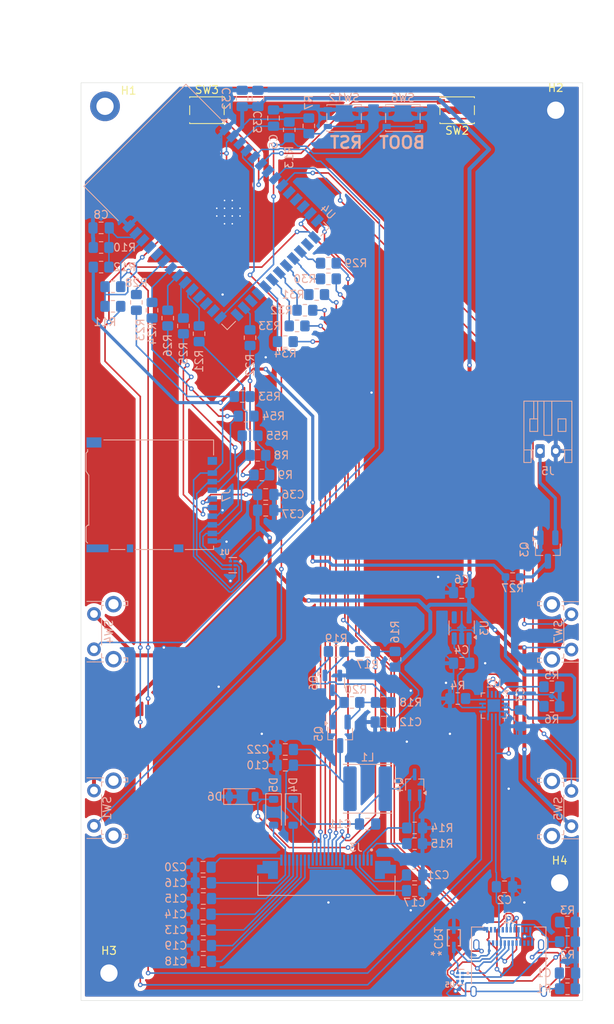
<source format=kicad_pcb>
(kicad_pcb (version 20241229) (generator "pcbnew") (generator_version "9.0")
  (layers (0 "F.Cu" signal) (2 "B.Cu" signal) (13 "F.Paste" user) (15 "B.Paste" user) (5 "F.SilkS" user "F.Silkscreen") (7 "B.SilkS" user "B.Silkscreen") (1 "F.Mask" user) (3 "B.Mask" user) (25 "Edge.Cuts" user))
  (net 0 "")
  (net 1 "GND")
  (net 2 "Net-(J1-SHIELD)")
  (net 3 "USB_VBUS")
  (net 4 "VBat+")
  (net 5 "Net-(U3-EN)")
  (net 6 "ESP32_EN")
  (net 7 "3V3")
  (net 8 "BAT_MONIT")
  (net 9 "/E_ink_HAT/VCC_EPD_OUT")
  (net 10 "Net-(D4-K)")
  (net 11 "Net-(D5-K)")
  (net 12 "Net-(J3-Pin_20)")
  (net 13 "/E_ink_HAT/PREVGH")
  (net 14 "Net-(J3-Pin_22)")
  (net 15 "/E_ink_HAT/PREVGL")
  (net 16 "Net-(J3-Pin_5)")
  (net 17 "Net-(J3-Pin_18)")
  (net 18 "Net-(J3-Pin_19)")
  (net 19 "Net-(J3-Pin_24)")
  (net 20 "Net-(J3-Pin_4)")
  (net 21 "ESP32_IO0")
  (net 22 "/USBC_Power_Native/USBC_CC1")
  (net 23 "ESP32_DP")
  (net 24 "ESP32_DN")
  (net 26 "BUTTON_B")
  (net 27 "BUTTON_A")
  (net 28 "DPAD_RIGHT")
  (net 29 "DPAD_UP")
  (net 30 "DPAD_DOWN")
  (net 31 "DPAD_LEFT")
  (net 33 "/USBC_Power_Native/USBC_CC2")
  (net 34 "Net-(J7-DAT2)")
  (net 36 "EPD_CS")
  (net 37 "/E_ink_HAT/GDR")
  (net 38 "EPD_DC")
  (net 39 "EPD_RST")
  (net 41 "EPD_MOSI")
  (net 43 "/E_ink_HAT/RESE")
  (net 44 "EPD_SCK")
  (net 46 "EPD_BUSY")
  (net 47 "Net-(J5-Pin_1)")
  (net 48 "SD_DAT2")
  (net 49 "SD_DAT0")
  (net 50 "SD_CLK")
  (net 51 "SD_CMD")
  (net 52 "SD_DAT3")
  (net 53 "SD_DAT1")
  (net 54 "Net-(Q5-G)")
  (net 55 "Net-(Q6-B)")
  (net 58 "Net-(U2-ILIM)")
  (net 59 "Net-(U2-ISET)")
  (net 60 "Net-(U2-TS)")
  (net 61 "CHG_STATUS")
  (net 62 "Net-(R18-Pad1)")
  (net 71 "PGOOD")
  (net 84 "Net-(J7-DAT0)")
  (net 85 "Net-(J7-CLK)")
  (net 86 "Net-(J7-CMD)")
  (net 87 "Net-(J7-DAT3{slash}CD)")
  (net 88 "Net-(J7-DAT1)")
  (net 89 "Net-(Q3-D)")
  (net 90 "Net-(U4-IO9)")
  (net 91 "Net-(U4-IO10)")
  (net 92 "Net-(U4-IO11)")
  (net 93 "Net-(U4-IO12)")
  (net 94 "Net-(U4-IO13)")
  (net 95 "Net-(U4-IO14)")
  (footprint "MountingHole:MountingHole_2.2mm_M2_DIN965_Pad_TopBottom" (layer "F.Cu") (at 168.5 137.5)
    (property "Reference" "H4")
    (property "Value" "MountingHole_Pad")
  )
  (footprint "Button_Switch_SMD:SW_SPST_PTS810" (layer "F.Cu") (at 123.5 39)
    (property "Reference" "SW3")
    (property "Value" "SW_Push")
  )
  (footprint "MountingHole:MountingHole_2.2mm_M2_DIN965_Pad_TopBottom" (layer "F.Cu") (at 168 39)
    (property "Reference" "H2")
    (property "Value" "MountingHole_Pad")
  )
  (footprint "MountingHole:MountingHole_2.2mm_M2_DIN965_Pad_TopBottom" (layer "F.Cu") (at 111 149)
    (property "Reference" "H3")
    (property "Value" "MountingHole_Pad")
  )
  (footprint "Button_Switch_SMD:SW_SPST_PTS810" (layer "F.Cu") (at 155.425 39 180)
    (property "Reference" "SW2")
    (property "Value" "SW_Push")
  )
  (footprint "MountingHole:MountingHole_2.2mm_M2_DIN965_Pad_TopBottom" (layer "F.Cu") (at 110.5 38.5)
    (property "Reference" "H1")
    (property "Value" "MountingHole_Pad")
  )
  (footprint "Capacitor_SMD:C_0805_2012Metric_Pad1.18x1.45mm_HandSolder" (layer "B.Cu") (at 131 90 180)
    (property "Reference" "C37")
    (property "Value" "4.7u")
  )
  (footprint "Capacitor_SMD:C_0805_2012Metric_Pad1.18x1.45mm_HandSolder" (layer "B.Cu") (at 161.4625 138)
    (property "Reference" "C2")
    (property "Value" "4.7u")
  )
  (footprint "Capacitor_SMD:C_0805_2012Metric_Pad1.18x1.45mm_HandSolder" (layer "B.Cu") (at 130 37.5 90)
    (property "Reference" "C33")
    (property "Value" "0.1u")
  )
  (footprint "Resistor_SMD:R_0805_2012Metric_Pad1.20x1.40mm_HandSolder" (layer "B.Cu") (at 155.5 114 180)
    (property "Reference" "R4")
    (property "Value" "1.1k")
  )
  (footprint "Resistor_SMD:R_0805_2012Metric_Pad1.20x1.40mm_HandSolder" (layer "B.Cu") (at 169.5 142.5)
    (property "Reference" "R3")
    (property "Value" "5.1k")
  )
  (footprint "Capacitor_SMD:C_0805_2012Metric_Pad1.18x1.45mm_HandSolder" (layer "B.Cu") (at 123.0375 147.5)
    (property "Reference" "C18")
    (property "Value" "1u")
  )
  (footprint "TPD4E004DRYR:PSON50P145X100X60-6N" (layer "B.Cu") (at 126.795 97 180)
    (property "Reference" "U1")
    (property "Value" "TPD4E004DRYR")
  )
  (footprint "Resistor_SMD:R_0805_2012Metric_Pad1.20x1.40mm_HandSolder" (layer "B.Cu") (at 116.5 64.5 -90)
    (property "Reference" "R24")
    (property "Value" "33")
  )
  (footprint "Capacitor_SMD:C_0805_2012Metric_Pad1.18x1.45mm_HandSolder" (layer "B.Cu") (at 133.5 120.5)
    (property "Reference" "C22")
    (property "Value" "1u")
  )
  (footprint "Resistor_SMD:R_0805_2012Metric_Pad1.20x1.40mm_HandSolder" (layer "B.Cu") (at 150 132.5 180)
    (property "Reference" "R15")
    (property "Value" "10k")
  )
  (footprint "Button_Switch_SMD:SW_SPST_PTS810" (layer "B.Cu") (at 148.5 40 180)
    (property "Reference" "SW6")
    (property "Value" "SW_Push")
  )
  (footprint "Resistor_SMD:R_0805_2012Metric_Pad1.20x1.40mm_HandSolder" (layer "B.Cu") (at 128.5 78)
    (property "Reference" "R54")
    (property "Value" "10k")
  )
  (footprint "Resistor_SMD:R_0805_2012Metric_Pad1.20x1.40mm_HandSolder" (layer "B.Cu") (at 136 64.5 180)
    (property "Reference" "R32")
    (property "Value" "33")
  )
  (footprint "Resistor_SMD:R_0805_2012Metric_Pad1.20x1.40mm_HandSolder" (layer "B.Cu") (at 167.5 112.5)
    (property "Reference" "R5")
    (property "Value" "8.9k")
  )
  (footprint "Capacitor_SMD:C_0805_2012Metric_Pad1.18x1.45mm_HandSolder" (layer "B.Cu") (at 169.5 149)
    (property "Reference" "C1")
    (property "Value" "1n")
  )
  (footprint "Capacitor_SMD:C_0805_2012Metric_Pad1.18x1.45mm_HandSolder" (layer "B.Cu") (at 110 54 180)
    (property "Reference" "C8")
    (property "Value" "0.1u")
  )
  (footprint "Resistor_SMD:R_0805_2012Metric_Pad1.20x1.40mm_HandSolder" (layer "B.Cu") (at 134 41.5 -90)
    (property "Reference" "R13")
    (property "Value" "10k")
  )
  (footprint "Capacitor_SMD:C_0805_2012Metric_Pad1.18x1.45mm_HandSolder" (layer "B.Cu") (at 123.0375 139.5)
    (property "Reference" "C15")
    (property "Value" "4.7u")
  )
  (footprint "TPD4E004DRYR:PSON50P145X100X60-6N" (layer "B.Cu") (at 155.795 149.5 180)
    (property "Reference" "U5")
    (property "Value" "TPD4E004DRYR")
  )
  (footprint "Resistor_SMD:R_0805_2012Metric_Pad1.20x1.40mm_HandSolder" (layer "B.Cu") (at 129 80.5)
    (property "Reference" "R55")
    (property "Value" "10k")
  )
  (footprint "Capacitor_SMD:C_0805_2012Metric_Pad1.18x1.45mm_HandSolder" (layer "B.Cu") (at 132 40 90)
    (property "Reference" "C5")
    (property "Value" "1u")
  )
  (footprint "Resistor_SMD:R_0805_2012Metric_Pad1.20x1.40mm_HandSolder" (layer "B.Cu") (at 111.5 61.5 180)
    (property "Reference" "R11")
    (property "Value" "1.1k")
  )
  (footprint "Button_Switch_THT:SW_Tactile_SPST_Angled_PTS645Vx39-2LFS" (layer "B.Cu") (at 170 107.76 90)
    (property "Reference" "SW7")
    (property "Value" "SW_Push")
  )
  (footprint "Diode_SMD:D_SOD-123" (layer "B.Cu") (at 128 126.5)
    (property "Reference" "D6")
    (property "Value" "MBR0530")
  )
  (footprint "Resistor_SMD:R_0805_2012Metric_Pad1.20x1.40mm_HandSolder" (layer "B.Cu") (at 133.5 68.5 180)
    (property "Reference" "R34")
    (property "Value" "33")
  )
  (footprint "Resistor_SMD:R_0805_2012Metric_Pad1.20x1.40mm_HandSolder" (layer "B.Cu") (at 114.5 63.5 -90)
    (property "Reference" "R23")
    (property "Value" "33")
  )
  (footprint "Connector_Card:microSD_HC_Hirose_DM3AT-SF-PEJM5" (layer "B.Cu") (at 116.465 88.03 90)
    (property "Reference" "J7")
    (property "Value" "Micro_SD_Card")
  )
  (footprint "Capacitor_SMD:C_0805_2012Metric_Pad1.18x1.45mm_HandSolder" (layer "B.Cu") (at 156 100.5 180)
    (property "Reference" "C6")
    (property "Value" "22u")
  )
  (footprint "Resistor_SMD:R_0805_2012Metric_Pad1.20x1.40mm_HandSolder" (layer "B.Cu") (at 147.5 109 -90)
    (property "Reference" "R16")
    (property "Value" "1k")
  )
  (footprint "Capacitor_SMD:C_0805_2012Metric_Pad1.18x1.45mm_HandSolder" (layer "B.Cu") (at 133.5 122.5)
    (property "Reference" "C10")
    (property "Value" "4.7u")
  )
  (footprint "Resistor_SMD:R_0805_2012Metric_Pad1.20x1.40mm_HandSolder" (layer "B.Cu") (at 146 114.5 180)
    (property "Reference" "R18")
    (property "Value" "47k")
  )
  (footprint "Diode_SMD:D_SOD-123" (layer "B.Cu") (at 134.5 128.5 -90)
    (property "Reference" "D5")
    (property "Value" "MBR0530")
  )
  (footprint "Capacitor_SMD:C_0805_2012Metric_Pad1.18x1.45mm_HandSolder" (layer "B.Cu") (at 144 130 180)
    (property "Reference" "C11")
    (property "Value" "4.7u")
  )
  (footprint "Resistor_SMD:R_0805_2012Metric_Pad1.20x1.40mm_HandSolder" (layer "B.Cu") (at 130.5 85.5)
    (property "Reference" "R9")
    (property "Value" "10k")
  )
  (footprint "RF_Module:ESP32-S3-WROOM-1" (layer "B.Cu") (at 123.440095 51.314464 -135)
    (property "Reference" "U4")
    (property "Value" "ESP32-S3-WROOM-1")
  )
  (footprint "Capacitor_SMD:C_0805_2012Metric_Pad1.18x1.45mm_HandSolder" (layer "B.Cu") (at 123.0375 143.5)
    (property "Reference" "C13")
    (property "Value" "4.7u")
  )
  (footprint "Resistor_SMD:R_0805_2012Metric_Pad1.20x1.40mm_HandSolder" (layer "B.Cu") (at 144 108)
    (property "Reference" "R17")
    (property "Value" "10k")
  )
  (footprint "Resistor_SMD:R_0805_2012Metric_Pad1.20x1.40mm_HandSolder" (layer "B.Cu") (at 128 75.5)
    (property "Reference" "R53")
    (property "Value" "10k")
  )
  (footprint "Connector_JST:JST_PH_S2B-PH-K_1x02_P2.00mm_Horizontal" (layer "B.Cu") (at 166 82.45)
    (property "Reference" "J5")
    (property "Value" "Conn_01x02")
  )
  (footprint "Inductor_SMD:L_Changjiang_FNR6028S" (layer "B.Cu") (at 144 125.5)
    (property "Reference" "L1")
    (property "Value" "68u")
  )
  (footprint "Capacitor_SMD:C_0805_2012Metric_Pad1.18x1.45mm_HandSolder" (layer "B.Cu") (at 123.0375 137.5)
    (property "Reference" "C16")
    (property "Value" "4.7u")
  )
  (footprint "Resistor_SMD:R_0603_1608Metric_Pad0.98x0.95mm_HandSolder" (layer "B.Cu") (at 162.5 98.5)
    (property "Reference" "R27")
    (property "Value" "0")
  )
  (footprint "Resistor_SMD:R_0805_2012Metric_Pad1.20x1.40mm_HandSolder" (layer "B.Cu") (at 129 68 -90)
    (property "Reference" "R22")
    (property "Value" "33")
  )
  (footprint "Resistor_SMD:R_0805_2012Metric_Pad1.20x1.40mm_HandSolder" (layer "B.Cu") (at 140 108 180)
    (property "Reference" "R19")
    (property "Value" "47k")
  )
  (footprint "Capacitor_SMD:C_0805_2012Metric_Pad1.18x1.45mm_HandSolder" (layer "B.Cu") (at 123 135.5)
    (property "Reference" "C20")
    (property "Value" "1u")
  )
  (footprint "Button_Switch_THT:SW_Tactile_SPST_Angled_PTS645Vx39-2LFS" (layer "B.Cu") (at 170 130.275 90)
    (property "Reference" "SW5")
    (property "Value" "SW_Push")
  )
  (footprint "Package_DFN_QFN:VQFN-16-1EP_3x3mm_P0.5mm_EP1.6x1.6mm" (layer "B.Cu") (at 160.1 114.9 180)
    (property "Reference" "U2")
    (property "Value" "BQ24074RGT")
  )
  (footprint "Resistor_SMD:R_0805_2012Metric_Pad1.20x1.40mm_HandSolder" (layer "B.Cu") (at 118.5 65.5 -90)
    (property "Reference" "R26")
    (property "Value" "33")
  )
  (footprint "Capacitor_SMD:C_0805_2012Metric_Pad1.18x1.45mm_HandSolder" (layer "B.Cu") (at 131 87.99 180)
    (property "Reference" "C36")
    (property "Value" "0.1u")
  )
  (footprint "Resistor_SMD:R_0805_2012Metric_Pad1.20x1.40mm_HandSolder" (layer "B.Cu") (at 122.5 67.5 -90)
    (property "Reference" "R21")
    (property "Value" "33")
  )
  (footprint "Capacitor_SMD:C_0805_2012Metric_Pad1.18x1.45mm_HandSolder" (layer "B.Cu") (at 123.0375 145.5)
    (property "Reference" "C19")
    (property "Value" "1u")
  )
  (footprint "Button_Switch_THT:SW_Tactile_SPST_Angled_PTS645Vx39-2LFS" (layer "B.Cu") (at 109.0895 103.225 -90)
    (property "Reference" "SW4")
    (property "Value" "SW_Push")
  )
  (footprint "Resistor_SMD:R_0805_2012Metric_Pad1.20x1.40mm_HandSolder" (layer "B.Cu") (at 110 56.5 180)
    (property "Reference" "R10")
    (property "Value" "47k")
  )
  (footprint "Resistor_SMD:R_0805_2012Metric_Pad1.20x1.40mm_HandSolder" (layer "B.Cu") (at 111.5 64 180)
    (property "Reference" "R28")
    (property "Value" "1.1k")
  )
  (footprint "Capacitor_SMD:C_0805_2012Metric_Pad1.18x1.45mm_HandSolder" (layer "B.Cu") (at 146 117 180)
    (property "Reference" "C12")
    (property "Value" "0.1u")
  )
  (footprint "Resistor_SMD:R_0805_2012Metric_Pad1.20x1.40mm_HandSolder" (layer "B.Cu") (at 135 66.5 180)
    (property "Reference" "R33")
    (property "Value" "33")
  )
  (footprint "Resistor_SMD:R_0805_2012Metric_Pad1.20x1.40mm_HandSolder" (layer "B.Cu") (at 120.5 66.5 -90)
    (property "Reference" "R25")
    (property "Value" "33")
  )
  (footprint "Resistor_SMD:R_0805_2012Metric_Pad1.20x1.40mm_HandSolder" (layer "B.Cu") (at 110 59)
    (property "Reference" "R12")
    (property "Value" "100k")
  )
  (footprint "Resistor_SMD:R_0805_2012Metric_Pad1.20x1.40mm_HandSolder" (layer "B.Cu") (at 139 58.5 180)
    (property "Reference" "R29")
    (property "Value" "33")
  )
  (footprint "Resistor_SMD:R_0805_2012Metric_Pad1.20x1.40mm_HandSolder" (layer "B.Cu") (at 150 130.5 180)
    (property "Reference" "R14")
    (property "Value" "3")
  )
  (footprint "Package_TO_SOT_SMD:SOT-23_Handsoldering" (layer "B.Cu") (at 140.5 118.5 -90)
    (property "Reference" "Q5")
    (property "Value" "AO3401A")
  )
  (footprint "Resistor_SMD:R_0805_2012Metric_Pad1.20x1.40mm_HandSolder" (layer "B.Cu") (at 169.5 151 180)
    (property "Reference" "R1")
    (property "Value" "1M")
  )
  (footprint "Button_Switch_THT:SW_Tactile_SPST_Angled_PTS645Vx39-2LFS" (layer "B.Cu") (at 109.0895 125.725 -90)
    (property "Reference" "SW1")
    (property "Value" "SW_Push")
  )
  (footprint "footprints:TVS_SOD2_DYF_TEX-M" (layer "B.Cu") (at 155 144.5 90)
    (property "Reference" "CR1")
    (property "Value" "TSD05CDYFR")
  )
  (footprint "Package_TO_SOT_SMD:SOT-23-5_HandSoldering" (layer "B.Cu") (at 156 105 90)
    (property "Reference" "U3")
    (property "Value" "AP2112K-3.3")
  )
  (footprint "Diode_SMD:D_SOD-123" (layer "B.Cu") (at 132 128.5 -90)
    (property "Reference" "D4")
    (property "Value" "MBR0530")
  )
  (footprint "Capacitor_SMD:C_0805_2012Metric_Pad1.18x1.45mm_HandSolder" (layer "B.Cu") (at 123 141.5)
    (property "Reference" "C14")
    (property "Value" "4.7u")
  )
  (footprint "Package_TO_SOT_SMD:SOT-323_SC-70_Handsoldering" (layer "B.Cu") (at 150 125 90)
    (property "Reference" "Q4")
    (property "Value" "Si1308EDL")
  )
  (footprint "Resistor_SMD:R_0805_2012Metric_Pad1.20x1.40mm_HandSolder" (layer "B.Cu") (at 136.5 41 -90)
    (property "Reference" "R7")
    (property "Value" "10k")
  )
  (footprint "Capacitor_SMD:C_0805_2012Metric_Pad1.18x1.45mm_HandSolder" (layer "B.Cu") (at 163.5 116.5 -90)
    (property "Reference" "C3")
    (property "Value" "4.7u")
  )
  (footprint "Resistor_SMD:R_0805_2012Metric_Pad1.20x1.40mm_HandSolder" (layer "B.Cu") (at 137.5 62.5 180)
    (property "Reference" "R31")
    (property "Value" "33")
  )
  (footprint "Resistor_SMD:R_0805_2012Metric_Pad1.20x1.40mm_HandSolder" (layer "B.Cu") (at 142 114.5 180)
    (property "Reference" "R20")
    (property "Value" "47k")
  )
  (footprint "Connector_USB:USB_C_Receptacle_Amphenol_12401610E4-2A" (layer "B.Cu") (at 162 148.5 180)
    (property "Reference" "J1")
    (property "Value" "USB_C_Receptacle")
  )
  (footprint "Package_TO_SOT_SMD:SOT-23_Handsoldering" (layer "B.Cu") (at 167 95 -90)
    (property "Reference" "Q3")
    (property "Value" "IRLML6402")
  )
  (footprint "sfv24r:AMPHENOL_SFV24R-2STE1HLF" (layer "B.Cu") (at 138.75 137 180)
    (property "Reference" "J3")
    (property "Value" "Conn_01x24")
  )
  (footprint "Capacitor_SMD:C_0805_2012Metric_Pad1.18x1.45mm_HandSolder" (layer "B.Cu") (at 150 136.5 180)
    (property "Reference" "C21")
    (property "Value" "1u")
  )
  (footprint "Capacitor_SMD:C_0805_2012Metric_Pad1.18x1.45mm_HandSolder" (layer "B.Cu") (at 156 109.5 180)
    (property "Reference" "C4")
    (property "Value" "22u")
  )
  (footprint "Package_TO_SOT_SMD:SOT-23" (layer "B.Cu") (at 139.5 112 -90)
    (property "Reference" "Q6")
    (property "Value" "SS8050")
  )
  (footprint "Resistor_SMD:R_0805_2012Metric_Pad1.20x1.40mm_HandSolder" (layer "B.Cu") (at 139 60.5 180)
    (property "Reference" "R30")
    (property "Value" "33")
  )
  (footprint "Resistor_SMD:R_0805_2012Metric_Pad1.20x1.40mm_HandSolder" (layer "B.Cu") (at 130 83)
    (property "Reference" "R8")
    (property "Value" "10k")
  )
  (footprint "Capacitor_SMD:C_0805_2012Metric_Pad1.18x1.45mm_HandSolder" (layer "B.Cu") (at 128 37.5 90)
    (property "Reference" "C32")
    (property "Value" "22u")
  )
  (footprint "Capacitor_SMD:C_0805_2012Metric_Pad1.18x1.45mm_HandSolder" (layer "B.Cu") (at 150 138.5 180)
    (property "Reference" "C17")
    (property "Value" "4.7u")
  )
  (footprint "Resistor_SMD:R_0805_2012Metric_Pad1.20x1.40mm_HandSolder" (layer "B.Cu") (at 169.5 145)
    (property "Reference" "R2")
    (property "Value" "5.1k")
  )
  (footprint "Resistor_SMD:R_0805_2012Metric_Pad1.20x1.40mm_HandSolder" (layer "B.Cu") (at 167.5 115)
    (property "Reference" "R6")
    (property "Value" "10k")
  )
  (footprint "Button_Switch_SMD:SW_SPST_PTS810" (layer "B.Cu") (at 141 40 180)
    (property "Reference" "SW12")
    (property "Value" "SW_Push")
  )
  (gr_rect (start 107.43884 35.5) (end 171.43884 152.5) (stroke (width 0.05)) (fill no) (layer "Edge.Cuts"))
  (gr_text "RST\n" (at 143.5 44 0) (layer "B.SilkS") (effects (font (size 1.5 1.5) (thickness 0.3) (bold yes)) (justify left bottom mirror)))
  (gr_text "BOOT" (at 151.5 44 0) (layer "B.SilkS") (effects (font (size 1.5 1.5) (thickness 0.3) (bold yes)) (justify left bottom mirror)))
  (segment (start 158.601 110.899) (end 159.5 110.899) (width 0.2) (layer "F.Cu") (net 1))
  (segment (start 159 110.399) (end 159.5 110.899) (width 0.2) (layer "F.Cu") (net 1))
  (segment (start 151.5 98.5) (end 151.5 117) (width 0.2) (layer "F.Cu") (net 1))
  (segment (start 126 93.5) (end 126 94) (width 0.2) (layer "F.Cu") (net 1))
  (segment (start 118.5 107.5) (end 118 107.5) (width 0.2) (layer "F.Cu") (net 1))
  (segment (start 154 112) (end 157.5 112) (width 0.2) (layer "F.Cu") (net 1))
  (segment (start 157.5 112) (end 158.601 110.899) (width 0.2) (layer "F.Cu") (net 1))
  (segment (start 125 112.5) (end 130.5 118) (width 0.2) (layer "F.Cu") (net 1))
  (segment (start 160.399 110.899) (end 163 113.5) (width 0.2) (layer "F.Cu") (net 1))
  (segment (start 161.5 125.5) (end 154.5 118.5) (width 0.2) (layer "F.Cu") (net 1))
  (segment (start 120 106) (end 118.5 107.5) (width 0.2) (layer "F.Cu") (net 1))
  (segment (start 159 109.5) (end 159 110.399) (width 0.2) (layer "F.Cu") (net 1))
  (segment (start 130.5 118) (end 130.5 118.5) (width 0.2) (layer "F.Cu") (net 1))
  (segment (start 126 93.5) (end 126 98.5) (width 0.2) (layer "F.Cu") (net 1))
  (segment (start 164 144.282002) (end 164 140) (width 0.2) (layer "F.Cu") (net 1))
  (segment (start 155.21928 151.299) (end 149.5 145.57972) (width 0.2) (layer "F.Cu") (net 1))
  (segment (start 126.5 99) (end 120 105.5) (width 0.2) (layer "F.Cu") (net 1))
  (segment (start 125.5 65) (end 131 70.5) (width 0.2) (layer "F.Cu") (net 1))
  (segment (start 153 98.5) (end 151.5 98.5) (width 0.2) (layer "F.Cu") (net 1))
  (segment (start 149.5 119) (end 149 119.5) (width 0.2) (layer "F.Cu") (net 1))
  (segment (start 126 98.5) (end 126.5 99) (width 0.2) (layer "F.Cu") (net 1))
  (segment (start 144.5 75) (end 151.5 82) (width 0.2) (layer "F.Cu") (net 1))
  (segment (start 151.5 82) (end 151.5 98.5) (width 0.2) (layer "F.Cu") (net 1))
  (segment (start 164.044959 144.326961) (end 164 144.282002) (width 0.2) (layer "F.Cu") (net 1))
  (segment (start 149.5 145.57972) (end 149.5 141) (width 0.2) (layer "F.Cu") (net 1))
  (segment (start 125.5 90) (end 126 90.5) (width 0.2) (layer "F.Cu") (net 1))
  (segment (start 162 125.5) (end 161.5 125.5) (width 0.2) (layer "F.Cu") (net 1))
  (segment (start 159.5 110.899) (end 160.399 110.899) (width 0.2) (layer "F.Cu") (net 1))
  (segment (start 149.5 113) (end 149.5 119) (width 0.2) (layer "F.Cu") (net 1))
  (segment (start 151.5 117) (end 149 119.5) (width 0.2) (layer "F.Cu") (net 1))
  (segment (start 125.5 62.5) (end 125.5 65) (width 0.2) (layer "F.Cu") (net 1))
  (segment (start 120 105.5) (end 120 106) (width 0.2) (layer "F.Cu") (net 1))
  (segment (start 126 90.5) (end 126 93.5) (width 0.2) (layer "F.Cu") (net 1))
  (via (at 154.5 118.5) (size 0.6) (drill 0.3) (layers "F.Cu" "B.Cu") (net 1))
  (via (at 164 140) (size 0.6) (drill 0.3) (layers "F.Cu" "B.Cu") (net 1))
  (via (at 154 112) (size 0.6) (drill 0.3) (layers "F.Cu" "B.Cu") (net 1))
  (via (at 130.5 118.5) (size 0.6) (drill 0.3) (layers "F.Cu" "B.Cu") (net 1))
  (via (at 139 140) (size 0.6) (drill 0.3) (layers "F.Cu" "B.Cu") (net 1))
  (via (at 149.5 113) (size 0.6) (drill 0.3) (layers "F.Cu" "B.Cu") (net 1))
  (via (at 164.044959 144.326961) (size 0.6) (drill 0.3) (layers "F.Cu" "B.Cu") (net 1))
  (via (at 162 125.5) (size 0.6) (drill 0.3) (layers "F.Cu" "B.Cu") (net 1))
  (via (at 144.5 75) (size 0.6) (drill 0.3) (layers "F.Cu" "B.Cu") (net 1))
  (via (at 125 112.5) (size 0.6) (drill 0.3) (layers "F.Cu" "B.Cu") (net 1))
  (via (at 126.5 99) (size 0.6) (drill 0.3) (layers "F.Cu" "B.Cu") (net 1))
  (via (at 159 109.5) (size 0.6) (drill 0.3) (layers "F.Cu" "B.Cu") (net 1))
  (via (at 153 98.5) (size 0.6) (drill 0.3) (layers "F.Cu" "B.Cu") (net 1))
  (via (at 125.5 90) (size 0.6) (drill 0.3) (layers "F.Cu" "B.Cu") (net 1))
  (via (at 131 70.5) (size 0.6) (drill 0.3) (layers "F.Cu" "B.Cu") (net 1))
  (via (at 125.5 62.5) (size 0.6) (drill 0.3) (layers "F.Cu" "B.Cu") (net 1))
  (via (at 118 107.5) (size 0.6) (drill 0.3) (layers "F.Cu" "B.Cu") (net 1))
  (via (at 149.5 141) (size 0.6) (drill 0.3) (layers "F.Cu" "B.Cu") (net 1))
  (via (at 126 94) (size 0.6) (drill 0.3) (layers "F.Cu" "B.Cu") (net 1))
  (via (at 163 113.5) (size 0.6) (drill 0.3) (layers "F.Cu" "B.Cu") (net 1))
  (via (at 155.21928 151.299) (size 0.6) (drill 0.3) (layers "F.Cu" "B.Cu") (net 1))
  (via (at 149 119.5) (size 0.6) (drill 0.3) (layers "F.Cu" "B.Cu") (net 1))
  (segment (start 125.907898 41.407898) (end 125.377568 41.938228) (width 0.2) (layer "B.Cu") (net 1))
  (segment (start 154 105.96001) (end 154 108.5375) (width 0.2) (layer "B.Cu") (net 1))
  (segment (start 159.35 116.3375) (end 159.401 116.2865) (width 0.2) (layer "B.Cu") (net 1))
  (segment (start 127.09 98.41) (end 126.5 99) (width 0.2) (layer "B.Cu") (net 1))
  (segment (start 164.669047 144.326961) (end 164.044959 144.326961) (width 0.2) (layer "B.Cu") (net 1))
  (segment (start 161.6125 115.65) (end 163.5 117.5375) (width 0.2) (layer "B.Cu") (net 1))
  (segment (start 154 108.5375) (end 154.9625 109.5) (width 0.2) (layer "B.Cu") (net 1))
  (segment (start 164.75 144.246008) (end 164.669047 144.326961) (width 0.2) (layer "B.Cu") (net 1))
  (segment (start 126 94) (end 124.285 94) (width 0.2) (layer "B.Cu") (net 1))
  (segment (start 119 51.498312) (end 125.5 57.998312) (width 0.2) (layer "B.Cu") (net 1))
  (segment (start 159.5 145.18) (end 159.5 146.5) (width 0.2) (layer "B.Cu") (net 1))
  (segment (start 156.5 146.5) (end 156.5 143.214) (width 0.2) (layer "B.Cu") (net 1))
  (segment (start 119 51.498312) (end 124.755314 51.498312) (width 0.2) (layer "B.Cu") (net 1))
  (segment (start 165 144.496008) (end 164.75 144.246008) (width 0.2) (layer "B.Cu") (net 1))
  (segment (start 132.4625 120.5) (end 132.4625 122.5) (width 0.2) (layer "B.Cu") (net 1))
  (segment (start 141 135.552) (end 140.951 135.601) (width 0.2) (layer "B.Cu") (net 1))
  (segment (start 156 106.35) (end 156 105.570001) (width 0.2) (layer "B.Cu") (net 1))
  (segment (start 108.9625 56.4625) (end 109 56.5) (width 0.2) (layer "B.Cu") (net 1))
  (segment (start 164 139.5) (end 162.5 138) (width 0.2) (layer "B.Cu") (net 1))
  (segment (start 151.0375 139.4625) (end 151.0375 138.5) (width 0.2) (layer "B.Cu") (net 1))
  (segment (start 154.9625 111) (end 154.9625 109.5) (width 0.2) (layer "B.Cu") (net 1))
  (segment (start 147.5625 111.0625) (end 149.5 113) (width 0.2) (layer "B.Cu") (net 1))
  (segment (start 123 111) (end 124.5 112.5) (width 0.2) (layer "B.Cu") (net 1))
  (segment (start 154.5 118.5) (end 154.5 114) (width 0.2) (layer "B.Cu") (net 1))
  (segment (start 170.5 149.0375) (end 170.5375 149) (width 0.2) (layer "B.Cu") (net 1))
  (segment (start 156.5 143.214) (end 155.0668 143.214) (width 0.2) (layer "B.Cu") (net 1))
  (segment (start 159.401 116.2865) (end 159.401 115.599) (width 0.2) (layer "B.Cu") (net 1))
  (segment (start 131 70.5) (end 140 70.5) (width 0.2) (layer "B.Cu") (net 1))
  (segment (start 155.698999 105.269) (end 154.69101 105.269) (width 0.2) (layer "B.Cu") (net 1))
  (segment (start 154 111.9625) (end 154.9625 111) (width 0.2) (layer "B.Cu") (net 1))
  (segment (start 161.0375 117.5375) (end 163.5 117.5375) (width 0.2) (layer "B.Cu") (net 1))
  (segment (start 125.377568 41.938228) (end 125.377568 51.130617) (width 0.2) (layer "B.Cu") (net 1))
  (segment (start 154.9625 100.5) (end 154.9625 100.4625) (width 0.2) (layer "B.Cu") (net 1))
  (segment (start 136.5 135.552) (end 136.5 134.6) (width 0.2) (layer "B.Cu") (net 1))
  (segment (start 170.5 151) (end 170.5 149.0375) (width 0.2) (layer "B.Cu") (net 1))
  (segment (start 124.5 112.5) (end 125 112.5) (width 0.2) (layer "B.Cu") (net 1))
  (segment (start 156 105.570001) (end 155.698999 105.269) (width 0.2) (layer "B.Cu") (net 1))
  (segment (start 154.9625 109.5) (end 154.9625 113.5375) (width 0.2) (layer "B.Cu") (net 1))
  (segment (start 138.925 38.925) (end 135.075 38.925) (width 0.2) (layer "B.Cu") (net 1))
  (segment (start 118 107.5) (end 119.5 107.5) (width 0.2) (layer "B.Cu") (net 1))
  (segment (start 163 124.5) (end 162 125.5) (width 0.2) (layer "B.Cu") (net 1))
  (segment (start 159.5 146.5) (end 159.202 146.798) (width 0.2) (layer "B.Cu") (net 1))
  (segment (start 115.817484 51.498312) (end 119 51.498312) (width 0.2) (layer "B.Cu") (net 1))
  (segment (start 151 130.5) (end 151 132.5) (width 0.2) (layer "B.Cu") (net 1))
  (segment (start 154.9625 100.4625) (end 153 98.5) (width 0.2) (layer "B.Cu") (net 1))
  (segment (start 156.301001 105.269) (end 157.30899 105.269) (width 0.2) (layer "B.Cu") (net 1))
  (segment (start 163.5 117.5375) (end 163 118.0375) (width 0.2) (layer "B.Cu") (net 1))
  (segment (start 154 112) (end 154 111.9625) (width 0.2) (layer "B.Cu") (net 1))
  (segment (start 160.85 116.3375) (end 160.85 115.65) (width 0.2) (layer "B.Cu") (net 1))
  (segment (start 159.401 115.599) (end 160.1 114.9) (width 0.2) (layer "B.Cu") (net 1))
  (segment (start 124.285 94) (end 124.19 93.905) (width 0.2) (layer "B.Cu") (net 1))
  (segment (start 125.377568 51.130617) (end 126.240238 51.993287) (width 0.2) (layer "B.Cu") (net 1))
  (segment (start 161.5375 115.65) (end 161.6125 115.65) (width 0.2) (layer "B.Cu") (net 1))
  (segment (start 168.5 114.5) (end 167.5 113.5) (width 0.2) (layer "B.Cu") (net 1))
  (segment (start 159 106.96001) (end 159 109.5) (width 0.2) (layer "B.Cu") (net 1))
  (segment (start 149.5 141) (end 151.0375 139.4625) (width 0.2) (layer "B.Cu") (net 1))
  (segment (start 113.533529 53.782267) (end 115.817484 51.498312) (width 0.2) (layer "B.Cu") (net 1))
  (segment (start 163 118.0375) (end 163 124.5) (width 0.2) (layer "B.Cu") (net 1))
  (segment (start 158.984 143.214) (end 156.5 143.214) (width 0.2) (layer "B.Cu") (net 1))
  (segment (start 156 105.570001) (end 156.301001 105.269) (width 0.2) (layer "B.Cu") (net 1))
  (segment (start 161.5375 115.65) (end 160.85 115.65) (width 0.2) (layer "B.Cu") (net 1))
  (segment (start 157.099 147.099) (end 156.5 146.5) (width 0.2) (layer "B.Cu") (net 1))
  (segment (start 160.85 116.3375) (end 160.85 117.35) (width 0.2) (layer "B.Cu") (net 1))
  (segment (start 158.4678 146.798) (end 158.1668 147.099) (width 0.2) (layer "B.Cu") (net 1))
  (segment (start 125.5 57.998312) (end 125.5 62.5) (width 0.2) (layer "B.Cu") (net 1))
  (segment (start 156.09 150.42828) (end 155.21928 151.299) (width 0.2) (layer "B.Cu") (net 1))
  (segment (start 139 137.552) (end 139 140) (width 0.2) (layer "B.Cu") (net 1))
  (segment (start 130.5 118.5) (end 130.5 118.5375) (width 0.2) (layer "B.Cu") (net 1))
  (segment (start 140.45 111.0625) (end 147.5625 111.0625) (width 0.2) (layer "B.Cu") (net 1))
  (segment (start 140.951 135.601) (end 139 137.552) (width 0.2) (layer "B.Cu") (net 1))
  (segment (start 147.4625 119.5) (end 144.9625 117) (width 0.2) (layer "B.Cu") (net 1))
  (segment (start 135.075 38.925) (end 135.0375 38.9625) (width 0.2) (layer "B.Cu") (net 1))
  (segment (start 127.09 97.5) (end 127.09 98.41) (width 0.2) (layer "B.Cu") (net 1))
  (segment (start 167.5 113.5) (end 163 113.5) (width 0.2) (layer "B.Cu") (net 1))
  (segment (start 140 70.5) (end 144.5 75) (width 0.2) (layer "B.Cu") (net 1))
  (segment (start 151.0375 138.5) (end 151.0375 136.5) (width 0.2) (layer "B.Cu") (net 1))
  (segment (start 160.85 115.65) (end 160.1 114.9) (width 0.2) (layer "B.Cu") (net 1))
  (segment (start 130.5 118.5375) (end 132.4625 120.5) (width 0.2) (layer "B.Cu") (net 1))
  (segment (start 164 140) (end 164 139.5) (width 0.2) (layer "B.Cu") (net 1))
  (segment (start 124.745 90.755) (end 125.5 90) (width 0.2) (layer "B.Cu") (net 1))
  (segment (start 149 119.5) (end 147.4625 119.5) (width 0.2) (layer "B.Cu") (net 1))
  (segment (start 160.85 117.35) (end 161.0375 117.5375) (width 0.2) (layer "B.Cu") (net 1))
  (segment (start 156.09 150) (end 156.09 150.42828) (width 0.2) (layer "B.Cu") (net 1))
  (segment (start 164.75 144.246008) (end 164.75 143.48) (width 0.2) (layer "B.Cu") (net 1))
  (segment (start 108.9625 54) (end 108.9625 56.4625) (width 0.2) (layer "B.Cu") (net 1))
  (segment (start 119.5 107.5) (end 123 111) (width 0.2) (layer "B.Cu") (net 1))
  (segment (start 157.30899 105.269) (end 159 106.96001) (width 0.2) (layer "B.Cu") (net 1))
  (segment (start 168.5 112.5) (end 167.5 113.5) (width 0.2) (layer "B.Cu") (net 1))
  (segment (start 135.0375 38.9625) (end 132 38.9625) (width 0.2) (layer "B.Cu") (net 1))
  (segment (start 159.202 146.798) (end 158.4678 146.798) (width 0.2) (layer "B.Cu") (net 1))
  (segment (start 141 134.6) (end 141 135.552) (width 0.2) (layer "B.Cu") (net 1))
  (segment (start 158.1668 147.099) (end 157.099 147.099) (width 0.2) (layer "B.Cu") (net 1))
  (segment (start 165 145.18) (end 165 144.496008) (width 0.2) (layer "B.Cu") (net 1))
  (segment (start 154.69101 105.269) (end 154 105.96001) (width 0.2) (layer "B.Cu") (net 1))
  (segment (start 122 147.5) (end 122 135.5375) (width 0.2) (layer "B.Cu") (net 1))
  (segment (start 124.19 90.755) (end 124.745 90.755) (width 0.2) (layer "B.Cu") (net 1))
  (segment (start 140.951 135.601) (end 136.549 135.601) (width 0.2) (layer "B.Cu") (net 1))
  (segment (start 122 135.5375) (end 121.9625 135.5) (width 0.2) (layer "B.Cu") (net 1))
  (segment (start 136.549 135.601) (end 136.5 135.552) (width 0.2) (layer "B.Cu") (net 1))
  (segment (start 159.25 143.48) (end 158.984 143.214) (width 0.2) (layer "B.Cu") (net 1))
  (segment (start 154.9625 113.5375) (end 149 119.5) (width 0.2) (layer "B.Cu") (net 1))
  (segment (start 155.0668 143.214) (end 155 143.2808) (width 0.2) (layer "B.Cu") (net 1))
  (segment (start 168.601 149.229) (end 166.49 151.34) (width 0.2) (layer "F.Cu") (net 2))
  (segment (start 156.360733 151.34) (end 157.51 151.34) (width 0.2) (layer "F.Cu") (net 2))
  (segment (start 164.981417 146.981417) (end 165.563834 146.399) (width 0.2) (layer "F.Cu") (net 2))
  (segment (start 165.563834 146.399) (end 168.248943 146.399) (width 0.2) (layer "F.Cu") (net 2))
  (segment (start 168.248943 146.399) (end 168.601 146.751057) (width 0.2) (layer "F.Cu") (net 2))
  (segment (start 154.194 149.173267) (end 156.360733 151.34) (width 0.2) (layer "F.Cu") (net 2))
  (segment (start 168.601 146.751057) (end 168.601 149.229) (width 0.2) (layer "F.Cu") (net 2))
  (segment (start 158.532257 146.198) (end 156.671381 146.198) (width 0.2) (layer "F.Cu") (net 2))
  (segment (start 154.194 148.675381) (end 154.194 149.173267) (width 0.2) (layer "F.Cu") (net 2))
  (segment (start 156.671381 146.198) (end 154.194 148.675381) (width 0.2) (layer "F.Cu") (net 2))
  (via (at 158.532257 146.198) (size 0.6) (drill 0.3) (layers "F.Cu" "B.Cu") (net 2))
  (via (at 164.981417 146.981417) (size 0.6) (drill 0.3) (layers "F.Cu" "B.Cu") (net 2))
  (segment (start 157.87 145.535743) (end 158.532257 146.198) (width 0.2) (layer "B.Cu") (net 2))
  (segment (start 168.5 151) (end 168.5 149.0375) (width 0.2) (layer "B.Cu") (net 2))
  (segment (start 168.5 151) (end 166.83 151) (width 0.2) (layer "B.Cu") (net 2))
  (segment (start 166.83 151) (end 166.49 151.34) (width 0.2) (layer "B.Cu") (net 2))
  (segment (start 166.13 145.39) (end 166.13 145.832834) (width 0.2) (layer "B.Cu") (net 2))
  (segment (start 157.87 145.39) (end 157.87 145.535743) (width 0.2) (layer "B.Cu") (net 2))
  (segment (start 166.49 151.34) (end 157.51 151.34) (width 0.2) (layer "B.Cu") (net 2))
  (segment (start 166.13 145.832834) (end 164.981417 146.981417) (width 0.2) (layer "B.Cu") (net 2))
  (segment (start 168.5 149.0375) (end 168.4625 149) (width 0.2) (layer "B.Cu") (net 2))
  (segment (start 160 111.5) (end 162 113.5) (width 0.2) (layer "F.Cu") (net 3))
  (segment (start 162 113.5) (end 162 121) (width 0.2) (layer "F.Cu") (net 3))
  (via (at 162 121) (size 0.6) (drill 0.3) (layers "F.Cu" "B.Cu") (net 3))
  (via (at 160 111.5) (size 0.6) (drill 0.3) (layers "F.Cu" "B.Cu") (net 3))
  (segment (start 160.35 121) (end 160.35 136.1125) (width 0.2) (layer "B.Cu") (net 3))
  (segment (start 159.583 147.199) (end 161 145.782) (width 0.2) (layer "B.Cu") (net 3))
  (segment (start 158.6339 147.199) (end 159.583 147.199) (width 0.2) (layer "B.Cu") (net 3))
  (segment (start 163.5 144.578) (end 163.422 144.5) (width 0.2) (layer "B.Cu") (net 3))
  (segment (start 160.75 140.2875) (end 160.75 143.48) (width 0.2) (layer "B.Cu") (net 3))
  (segment (start 158.3329 147.5) (end 158.6339 147.199) (width 0.2) (layer "B.Cu") (net 3))
  (segment (start 159.35 113.4625) (end 159.35 112.15) (width 0.2) (layer "B.Cu") (net 3))
  (segment (start 156.7808 147.5) (end 158.3329 147.5) (width 0.2) (layer "B.Cu") (net 3))
  (segment (start 162 121) (end 160.35 121) (width 0.2) (layer "B.Cu") (net 3))
  (segment (start 155.5 149) (end 155.5 147.7808) (width 0.2) (layer "B.Cu") (net 3))
  (segment (start 163.5 145.18) (end 163.5 144.578) (width 0.2) (layer "B.Cu") (net 3))
  (segment (start 155 147.2808) (end 155 145.7192) (width 0.2) (layer "B.Cu") (net 3))
  (segment (start 160.425 139.9625) (end 160.75 140.2875) (width 0.2) (layer "B.Cu") (net 3))
  (segment (start 160.35 136.1125) (end 160.425 136.1875) (width 0.2) (layer "B.Cu") (net 3))
  (segment (start 163.422 144.5) (end 163.078 144.5) (width 0.2) (layer "B.Cu") (net 3))
  (segment (start 160.75 144.25) (end 161 144.5) (width 0.2) (layer "B.Cu") (net 3))
  (segment (start 155.5 147.7808) (end 155 147.2808) (width 0.2) (layer "B.Cu") (net 3))
  (segment (start 160.35 116.3375) (end 160.35 121) (width 0.2) (layer "B.Cu") (net 3))
  (segment (start 160.425 136.1875) (end 160.425 139.9625) (width 0.2) (layer "B.Cu") (net 3))
  (segment (start 163.078 144.5) (end 161 144.5) (width 0.2) (layer "B.Cu") (net 3))
  (segment (start 160.75 143.48) (end 160.75 144.25) (width 0.2) (layer "B.Cu") (net 3))
  (segment (start 163.25 144.328) (end 163.078 144.5) (width 0.2) (layer "B.Cu") (net 3))
  (segment (start 159.35 112.15) (end 160 111.5) (width 0.2) (layer "B.Cu") (net 3))
  (segment (start 155 145.7192) (end 156.7808 147.5) (width 0.2) (layer "B.Cu") (net 3))
  (segment (start 163.25 143.48) (end 163.25 144.328) (width 0.2) (layer "B.Cu") (net 3))
  (segment (start 161 145.782) (end 161 145.18) (width 0.2) (layer "B.Cu") (net 3))
  (segment (start 161 144.5) (end 161 145.18) (width 0.2) (layer "B.Cu") (net 3))
  (segment (start 137 89) (end 137 96.5) (width 0.4) (layer "F.Cu") (net 4))
  (segment (start 125.224265 76.275735) (end 129.5 72) (width 0.4) (layer "F.Cu") (net 4))
  (segment (start 129.5 72) (end 131 72) (width 0.4) (layer "F.Cu") (net 4))
  (via (at 131 72) (size 0.6) (drill 0.3) (layers "F.Cu" "B.Cu") (net 4))
  (via (at 137 96.5) (size 0.6) (drill 0.3) (layers "F.Cu" "B.Cu") (net 4))
  (via (at 137 89) (size 0.6) (drill 0.3) (layers "F.Cu" "B.Cu") (net 4))
  (via (at 125.224265 76.275735) (size 0.6) (drill 0.3) (layers "F.Cu" "B.Cu") (net 4))
  (segment (start 160.0875 97) (end 161.5875 98.5) (width 0.4) (layer "B.Cu") (net 4))
  (segment (start 164.5375 116.5) (end 163.5 115.4625) (width 0.4) (layer "B.Cu") (net 4))
  (segment (start 139.5 97) (end 160.0875 97) (width 0.4) (layer "B.Cu") (net 4))
  (segment (start 139 96.5) (end 139.5 97) (width 0.4) (layer "B.Cu") (net 4))
  (segment (start 170.401 116.099) (end 170 116.5) (width 0.4) (layer "B.Cu") (net 4))
  (segment (start 109 65.58616) (end 119.689575 76.275735) (width 0.4) (layer "B.Cu") (net 4))
  (segment (start 164 111) (end 170 111) (width 0.4) (layer "B.Cu") (net 4))
  (segment (start 131 72) (end 137 78) (width 0.4) (layer "B.Cu") (net 4))
  (segment (start 137 78) (end 137 89) (width 0.4) (layer "B.Cu") (net 4))
  (segment (start 162.35 115.4625) (end 161.5375 114.65) (width 0.2) (layer "B.Cu") (net 4))
  (segment (start 119.689575 76.275735) (end 125.224265 76.275735) (width 0.4) (layer "B.Cu") (net 4))
  (segment (start 161.5875 108.5875) (end 164 111) (width 0.4) (layer "B.Cu") (net 4))
  (segment (start 170 116.5) (end 164.5375 116.5) (width 0.4) (layer "B.Cu") (net 4))
  (segment (start 170 111) (end 170.401 111.401) (width 0.4) (layer "B.Cu") (net 4))
  (segment (start 109 59) (end 109 65.58616) (width 0.4) (layer "B.Cu") (net 4))
  (segment (start 161.5375 115.15) (end 161.5375 114.65) (width 0.2) (layer "B.Cu") (net 4))
  (segment (start 163.5 115.4625) (end 162.35 115.4625) (width 0.2) (layer "B.Cu") (net 4))
  (segment (start 137 96.5) (end 139 96.5) (width 0.4) (layer "B.Cu") (net 4))
  (segment (start 170.401 111.401) (end 170.401 116.099) (width 0.4) (layer "B.Cu") (net 4))
  (segment (start 161.5875 98.5) (end 161.5875 108.5875) (width 0.4) (layer "B.Cu") (net 4))
  (segment (start 156.06384 115.15) (end 155.5 114.58616) (width 0.2) (layer "B.Cu") (net 5))
  (segment (start 157.0375 109.5) (end 155.05 107.5125) (width 0.2) (layer "B.Cu") (net 5))
  (segment (start 155.5 111.0375) (end 157.0375 109.5) (width 0.2) (layer "B.Cu") (net 5))
  (segment (start 155.5 114.58616) (end 155.5 111.0375) (width 0.2) (layer "B.Cu") (net 5))
  (segment (start 155.05 107.5125) (end 155.05 106.35) (width 0.2) (layer "B.Cu") (net 5))
  (segment (start 158.6625 115.15) (end 158.6625 114.65) (width 0.2) (layer "B.Cu") (net 5))
  (segment (start 156.95 108.95) (end 156.95 106.35) (width 0.2) (layer "B.Cu") (net 5))
  (segment (start 158.6625 115.15) (end 156.06384 115.15) (width 0.2) (layer "B.Cu") (net 5))
  (segment (start 157.0375 109.5) (end 157.0375 109.0375) (width 0.2) (layer "B.Cu") (net 5))
  (segment (start 157.0375 109.0375) (end 156.95 108.95) (width 0.2) (layer "B.Cu") (net 5))
  (segment (start 132.3635 41.401) (end 135.901 41.401) (width 0.2) (layer "B.Cu") (net 6))
  (segment (start 138 42) (end 138.925 41.075) (width 0.2) (layer "B.Cu") (net 6))
  (segment (start 132 41.0375) (end 132.3635 41.401) (width 0.2) (layer "B.Cu") (net 6))
  (segment (start 135.901 41.401) (end 136.5 42) (width 0.2) (layer "B.Cu") (net 6))
  (segment (start 143.075 41.075) (end 138.925 41.075) (width 0.2) (layer "B.Cu") (net 6))
  (segment (start 129.870398 41.0375) (end 132 41.0375) (width 0.2) (layer "B.Cu") (net 6))
  (segment (start 136.5 42) (end 138 42) (width 0.2) (layer "B.Cu") (net 6))
  (segment (start 127.703949 43.203949) (end 129.870398 41.0375) (width 0.2) (layer "B.Cu") (net 6))
  (segment (start 157.5 40.075) (end 158.326 39.249) (width 0.2) (layer "F.Cu") (net 7))
  (segment (start 120 108.5) (end 114.3645 108.5) (width 0.5) (layer "F.Cu") (net 7))
  (segment (start 126.201 37.299) (end 125.575 37.925) (width 0.2) (layer "F.Cu") (net 7))
  (segment (start 160.25 105.25) (end 160.25 105.2625) (width 0.5) (layer "F.Cu") (net 7))
  (segment (start 136 101.5) (end 136.5 101.5) (width 0.5) (layer "F.Cu") (net 7))
  (segment (start 131.5 97) (end 136 101.5) (width 0.5) (layer "F.Cu") (net 7))
  (segment (start 128.5 88) (end 124 88) (width 0.2) (layer "F.Cu") (net 7))
  (segment (start 120.599 40.701) (end 124.398 44.5) (width 0.2) (layer "F.Cu") (net 7))
  (segment (start 109.0895 119.4105) (end 109.0895 125.725) (width 0.5) (layer "F.Cu") (net 7))
  (segment (start 120 108.5) (end 109.0895 119.4105) (width 0.5) (layer "F.Cu") (net 7))
  (segment (start 121.425 37.925) (end 125.575 37.925) (width 0.2) (layer "F.Cu") (net 7))
  (segment (start 114.3645 108.5) (end 109.0895 103.225) (width 0.5) (layer "F.Cu") (net 7))
  (segment (start 162.4875 107.5) (end 164 107.5) (width 0.5) (layer "F.Cu") (net 7))
  (segment (start 158.326 39.249) (end 158.326 37.299) (width 0.2) (layer "F.Cu") (net 7))
  (segment (start 160.25 105.2625) (end 162.4875 107.5) (width 0.5) (layer "F.Cu") (net 7))
  (segment (start 157 98) (end 157 71.5) (width 0.5) (layer "F.Cu") (net 7))
  (segment (start 115.25 57.75) (end 126 47) (width 0.2) (layer "F.Cu") (net 7))
  (segment (start 124 88) (end 123 89) (width 0.2) (layer "F.Cu") (net 7))
  (segment (start 158.326 37.299) (end 126.201 37.299) (width 0.2) (layer "F.Cu") (net 7))
  (segment (start 153.35 40.075) (end 157.5 40.075) (width 0.2) (layer "F.Cu") (net 7))
  (segment (start 124.398 44.5) (end 126 44.5) (width 0.2) (layer "F.Cu") (net 7))
  (segment (start 131.5 93.5) (end 131.5 97) (width 0.5) (layer "F.Cu") (net 7))
  (segment (start 164 120.5) (end 164 107.5) (width 0.5) (layer "F.Cu") (net 7))
  (segment (start 121.425 37.925) (end 120.599 38.751) (width 0.2) (layer "F.Cu") (net 7))
  (segment (start 120.599 38.751) (end 120.599 40.701) (width 0.2) (layer "F.Cu") (net 7))
  (segment (start 126 47) (end 126 44.5) (width 0.2) (layer "F.Cu") (net 7))
  (segment (start 131.5 97) (end 120 108.5) (width 0.5) (layer "F.Cu") (net 7))
  (via (at 160.25 105.25) (size 0.6) (drill 0.3) (layers "F.Cu" "B.Cu") (net 7))
  (via (at 164 120.5) (size 0.6) (drill 0.3) (layers "F.Cu" "B.Cu") (net 7))
  (via (at 131.5 93.5) (size 0.6) (drill 0.3) (layers "F.Cu" "B.Cu") (net 7))
  (via (at 157 71.5) (size 0.6) (drill 0.3) (layers "F.Cu" "B.Cu") (net 7))
  (via (at 157 98) (size 0.6) (drill 0.3) (layers "F.Cu" "B.Cu") (net 7))
  (via (at 115.25 57.75) (size 0.6) (drill 0.3) (layers "F.Cu" "B.Cu") (net 7))
  (via (at 128.5 88) (size 0.6) (drill 0.3) (layers "F.Cu" "B.Cu") (net 7))
  (via (at 123 89) (size 0.6) (drill 0.3) (layers "F.Cu" "B.Cu") (net 7))
  (via (at 164 107.5) (size 0.6) (drill 0.3) (layers "F.Cu" "B.Cu") (net 7))
  (via (at 126 44.5) (size 0.6) (drill 0.3) (layers "F.Cu" "B.Cu") (net 7))
  (via (at 136.5 101.5) (size 0.6) (drill 0.3) (layers "F.Cu" "B.Cu") (net 7))
  (segment (start 131.5 85.5) (end 131.5 85) (width 0.2) (layer "B.Cu") (net 7))
  (segment (start 128.51 87.99) (end 128.5 88) (width 0.2) (layer "B.Cu") (net 7))
  (segment (start 153 37.5) (end 131.0375 37.5) (width 0.5) (layer "B.Cu") (net 7))
  (segment (start 150.5 101.5) (end 151.5 102.5) (width 0.5) (layer "B.Cu") (net 7))
  (segment (start 164 107.5) (end 169.74 107.5) (width 0.2) (layer "B.Cu") (net 7))
  (segment (start 131 83) (end 131 82.5) (width 0.2) (layer "B.Cu") (net 7))
  (segment (start 169.74 107.5) (end 170 107.76) (width 0.2) (layer "B.Cu") (net 7))
  (segment (start 130 37.95) (end 130 38.5375) (width 0.2) (layer "B.Cu") (net 7))
  (segment (start 143 114.5) (end 145 114.5) (width 0.2) (layer "B.Cu") (net 7))
  (segment (start 114.5 58.5) (end 114.5 59.58616) (width 0.2) (layer "B.Cu") (net 7))
  (segment (start 150.5 113) (end 150.5 113.5375) (width 0.2) (layer "B.Cu") (net 7))
  (segment (start 131.5 85) (end 131 84.5) (width 0.2) (layer "B.Cu") (net 7))
  (segment (start 129.9625 87.99) (end 129.9625 87.0375) (width 0.2) (layer "B.Cu") (net 7))
  (segment (start 126 43.111847) (end 126.805923 42.305924) (width 0.2) (layer "B.Cu") (net 7))
  (segment (start 113.401 60.68516) (end 113.401 62.18516) (width 0.2) (layer "B.Cu") (net 7))
  (segment (start 164 124.275) (end 164 120.5) (width 0.5) (layer "B.Cu") (net 7))
  (segment (start 128 41.111847) (end 126.805923 42.305924) (width 0.5) (layer "B.Cu") (net 7))
  (segment (start 114.5 59.58616) (end 113.401 60.68516) (width 0.2) (layer "B.Cu") (net 7))
  (segment (start 129.9625 92.5375) (end 129.9625 90) (width 0.5) (layer "B.Cu") (net 7))
  (segment (start 134.5 40) (end 134 40.5) (width 0.2) (layer "B.Cu") (net 7))
  (segment (start 147.0375 117) (end 147.0375 116.5375) (width 0.2) (layer "B.Cu") (net 7))
  (segment (start 131 84.5) (end 131 83) (width 0.2) (layer "B.Cu") (net 7))
  (segment (start 113.401 62.18516) (end 113.08616 62.5) (width 0.2) (layer "B.Cu") (net 7))
  (segment (start 147.5 110) (end 150.5 113) (width 0.2) (layer "B.Cu") (net 7))
  (segment (start 157.0375 100.5) (end 157.0375 102.0375) (width 0.2) (layer "B.Cu") (net 7))
  (segment (start 143 114.5) (end 143 115.45) (width 0.2) (layer "B.Cu") (net 7))
  (segment (start 129.9625 87.99) (end 129.9625 90) (width 0.2) (layer "B.Cu") (net 7))
  (segment (start 130 80.5) (end 129.5 80) (width 0.2) (layer "B.Cu") (net 7))
  (segment (start 113.08616 62.5) (end 110.5 62.5) (width 0.2) (layer "B.Cu") (net 7))
  (segment (start 152 103) (end 152 105.5) (width 0.5) (layer "B.Cu") (net 7))
  (segment (start 126 44.5) (end 126 43.111847) (width 0.2) (layer "B.Cu") (net 7))
  (segment (start 160.25 105.25) (end 157.0375 102.0375) (width 0.5) (layer "B.Cu") (net 7))
  (segment (start 156.95 103.65) (end 156.95 100.5875) (width 0.5) (layer "B.Cu") (net 7))
  (segment (start 128.962847 40.149) (end 133.649 40.149) (width 0.2) (layer "B.Cu") (net 7))
  (segment (start 129.9625 87.99) (end 128.51 87.99) (width 0.2) (layer "B.Cu") (net 7))
  (segment (start 136.5 101.5) (end 150.5 101.5) (width 0.5) (layer "B.Cu") (net 7))
  (segment (start 110.5 62.5) (end 110.5 61.5) (width 0.2) (layer "B.Cu") (net 7))
  (segment (start 110.5 62.5) (end 110.5 64) (width 0.2) (layer "B.Cu") (net 7))
  (segment (start 126.5 96.5) (end 126.5 96) (width 0.2) (layer "B.Cu") (net 7))
  (segment (start 129.9625 91.9625) (end 131.5 93.5) (width 0.5) (layer "B.Cu") (net 7))
  (segment (start 157 100.5375) (end 157 98) (width 0.5) (layer "B.Cu") (net 7))
  (segment (start 131 82.5) (end 130 81.5) (width 0.2) (layer "B.Cu") (net 7))
  (segment (start 128 38.5375) (end 128 41.111847) (width 0.5) (layer "B.Cu") (net 7))
  (segment (start 133.649 40.149) (end 134 40.5) (width 0.2) (layer "B.Cu") (net 7))
  (segment (start 115.25 57.75) (end 114.5 58.5) (width 0.2) (layer "B.Cu") (net 7))
  (segment (start 129.5 80) (end 129.5 78) (width 0.2) (layer "B.Cu") (net 7))
  (segment (start 156.95 100.5875) (end 157.0375 100.5) (width 0.2) (layer "B.Cu") (net 7))
  (segment (start 170 130.275) (end 164 124.275) (width 0.5) (layer "B.Cu") (net 7))
  (segment (start 123 89) (end 123.745 89) (width 0.2) (layer "B.Cu") (net 7))
  (segment (start 157 71.5) (end 157 46.5) (width 0.5) (layer "B.Cu") (net 7))
  (segment (start 129 75.5) (end 129 77.5) (width 0.2) (layer "B.Cu") (net 7))
  (segment (start 129.9625 87.0375) (end 131.5 85.5) (width 0.2) (layer "B.Cu") (net 7))
  (segment (start 152 105.5) (end 147.5 110) (width 0.5) (layer "B.Cu") (net 7))
  (segment (start 151.9625 102.0375) (end 151.5 102.5) (width 0.5) (layer "B.Cu") (net 7))
  (segment (start 123.745 89) (end 124.19 88.555) (width 0.2) (layer "B.Cu") (net 7))
  (segment (start 156.95 100.5875) (end 157 100.5375) (width 0.2) (layer "B.Cu") (net 7))
  (segment (start 143 115.45) (end 141.45 117) (width 0.2) (layer "B.Cu") (net 7))
  (segment (start 159.5 44) (end 153 37.5) (width 0.5) (layer "B.Cu") (net 7))
  (segment (start 126.805923 42.305924) (end 128.962847 40.149) (width 0.2) (layer "B.Cu") (net 7))
  (segment (start 157.0375 102.0375) (end 151.9625 102.0375) (width 0.5) (layer "B.Cu") (net 7))
  (segment (start 151.5 102.5) (end 152 103) (width 0.5) (layer "B.Cu") (net 7))
  (segment (start 136.5 40) (end 134.5 40) (width 0.2) (layer "B.Cu") (net 7))
  (segment (start 150.5 113.5375) (end 147.0375 117) (width 0.2) (layer "B.Cu") (net 7))
  (segment (start 126.5 96) (end 129.9625 92.5375) (width 0.2) (layer "B.Cu") (net 7))
  (segment (start 131.0375 37.5) (end 130 38.5375) (width 0.5) (layer "B.Cu") (net 7))
  (segment (start 129 77.5) (end 129.5 78) (width 0.2) (layer "B.Cu") (net 7))
  (segment (start 128 38.5375) (end 130 38.5375) (width 0.5) (layer "B.Cu") (net 7))
  (segment (start 129.9625 90) (end 129.9625 91.9625) (width 0.5) (layer "B.Cu") (net 7))
  (segment (start 157 46.5) (end 159.5 44) (width 0.5) (layer "B.Cu") (net 7))
  (segment (start 147.0375 116.5375) (end 145 114.5) (width 0.2) (layer "B.Cu") (net 7))
  (segment (start 130 81.5) (end 130 80.5) (width 0.2) (layer "B.Cu") (net 7))
  (segment (start 113.901225 55.210622) (end 114.431555 54.680292) (width 0.2) (layer "B.Cu") (net 8))
  (segment (start 112.073122 55.210622) (end 113.901225 55.210622) (width 0.2) (layer "B.Cu") (net 8))
  (segment (start 110.8625 54) (end 112.073122 55.210622) (width 0.2) (layer "B.Cu") (net 8))
  (segment (start 111 54.0375) (end 111.0375 54) (width 0.2) (layer "B.Cu") (net 8))
  (segment (start 111 56.5) (end 111 54.0375) (width 0.2) (layer "B.Cu") (net 8))
  (segment (start 111 59) (end 111 56.5) (width 0.2) (layer "B.Cu") (net 8))
  (segment (start 134.5375 122.5) (end 133.599 123.4385) (width 0.2) (layer "B.Cu") (net 9))
  (segment (start 138.75 122.5) (end 141.75 125.5) (width 0.2) (layer "B.Cu") (net 9))
  (segment (start 134.5375 120.5) (end 136.75 120.5) (width 0.2) (layer "B.Cu") (net 9))
  (segment (start 137 134.6) (end 137 132.29989) (width 0.2) (layer "B.Cu") (net 9))
  (segment (start 133.599 127.89889) (end 137.5 131.79989) (width 0.2) (layer "B.Cu") (net 9))
  (segment (start 133.599 123.4385) (end 133.599 127.89889) (width 0.2) (layer "B.Cu") (net 9))
  (segment (start 136.75 120.5) (end 138.75 122.5) (width 0.2) (layer "B.Cu") (net 9))
  (segment (start 137 132.29989) (end 137.5 131.79989) (width 0.2) (layer "B.Cu") (net 9))
  (segment (start 140.5 120) (end 140.5 124.25) (width 0.2) (layer "B.Cu") (net 9))
  (segment (start 134.5375 122.5) (end 138.75 122.5) (width 0.2) (layer "B.Cu") (net 9))
  (segment (start 140.5 124.25) (end 141.75 125.5) (width 0.2) (layer "B.Cu") (net 9))
  (segment (start 137.5 131.79989) (end 137.5 134.6) (width 0.2) (layer "B.Cu") (net 9))
  (segment (start 141.5 133) (end 134 133) (width 0.2) (layer "F.Cu") (net 10))
  (segment (start 134 133) (end 130 129) (width 0.2) (layer "F.Cu") (net 10))
  (via (at 130 129) (size 0.6) (drill 0.3) (layers "F.Cu" "B.Cu") (net 10))
  (via (at 141.5 133) (size 0.6) (drill 0.3) (layers "F.Cu" "B.Cu") (net 10))
  (segment (start 132 126.85) (end 130.5 126.85) (width 0.2) (layer "B.Cu") (net 10))
  (segment (start 145.0375 130) (end 142.0375 133) (width 0.2) (layer "B.Cu") (net 10))
  (segment (start 130 127.35) (end 130.5 126.85) (width 0.2) (layer "B.Cu") (net 10))
  (segment (start 130 129) (end 130 127.35) (width 0.2) (layer "B.Cu") (net 10))
  (segment (start 130.5 126.85) (end 130 126.85) (width 0.2) (layer "B.Cu") (net 10))
  (segment (start 142.0375 133) (end 141.5 133) (width 0.2) (layer "B.Cu") (net 10))
  (segment (start 130 126.85) (end 129.65 126.5) (width 0.2) (layer "B.Cu") (net 10))
  (segment (start 134.5 127.99989) (end 134.5 126.85) (width 0.2) (layer "B.Cu") (net 11))
  (segment (start 142.9625 128.7875) (end 142.9625 130) (width 0.2) (layer "B.Cu") (net 11))
  (segment (start 136.50011 130) (end 134.5 127.99989) (width 0.2) (layer "B.Cu") (net 11))
  (segment (start 146.25 125.5) (end 142.9625 128.7875) (width 0.2) (layer "B.Cu") (net 11))
  (segment (start 150 123.67) (end 148.17 125.5) (width 0.2) (layer "B.Cu") (net 11))
  (segment (start 142.9625 130) (end 136.50011 130) (width 0.2) (layer "B.Cu") (net 11))
  (segment (start 148.17 125.5) (end 146.25 125.5) (width 0.2) (layer "B.Cu") (net 11))
  (segment (start 135 134.6) (end 135 136.697654) (width 0.2) (layer "B.Cu") (net 12))
  (segment (start 128.197654 143.5) (end 124.075 143.5) (width 0.2) (layer "B.Cu") (net 12))
  (segment (start 135 136.697654) (end 128.197654 143.5) (width 0.2) (layer "B.Cu") (net 12))
  (segment (start 134.5 130.15) (end 134.5 134.6) (width 0.2) (layer "B.Cu") (net 13))
  (segment (start 134.5 136.630554) (end 129.630554 141.5) (width 0.2) (layer "B.Cu") (net 13))
  (segment (start 134.5 134.6) (end 134.5 136.630554) (width 0.2) (layer "B.Cu") (net 13))
  (segment (start 129.630554 141.5) (end 124.0375 141.5) (width 0.2) (layer "B.Cu") (net 13))
  (segment (start 134 136.563454) (end 131.063454 139.5) (width 0.2) (layer "B.Cu") (net 14))
  (segment (start 131.063454 139.5) (end 124.075 139.5) (width 0.2) (layer "B.Cu") (net 14))
  (segment (start 134 134.6) (end 134 136.563454) (width 0.2) (layer "B.Cu") (net 14))
  (segment (start 133.5 134.6) (end 133.5 136.496354) (width 0.2) (layer "B.Cu") (net 15))
  (segment (start 132.496354 137.5) (end 124.075 137.5) (width 0.2) (layer "B.Cu") (net 15))
  (segment (start 132 130.15) (end 132 131.5) (width 0.2) (layer "B.Cu") (net 15))
  (segment (start 132 131.5) (end 133.5 133) (width 0.2) (layer "B.Cu") (net 15))
  (segment (start 133.5 136.496354) (end 132.496354 137.5) (width 0.2) (layer "B.Cu") (net 15))
  (segment (start 133.5 133) (end 133.5 134.6) (width 0.2) (layer "B.Cu") (net 15))
  (segment (start 148.9625 138.5) (end 145.4329 138.5) (width 0.2) (layer "B.Cu") (net 16))
  (segment (start 142.5 135.5671) (end 142.5 134.6) (width 0.2) (layer "B.Cu") (net 16))
  (segment (start 145.4329 138.5) (end 142.5 135.5671) (width 0.2) (layer "B.Cu") (net 16))
  (segment (start 136 134.6) (end 136 136.831854) (width 0.2) (layer "B.Cu") (net 17))
  (segment (start 136 136.831854) (end 125.331854 147.5) (width 0.2) (layer "B.Cu") (net 17))
  (segment (start 125.331854 147.5) (end 124.075 147.5) (width 0.2) (layer "B.Cu") (net 17))
  (segment (start 135.5 136.764754) (end 126.764754 145.5) (width 0.2) (layer "B.Cu") (net 18))
  (segment (start 135.5 134.6) (end 135.5 136.764754) (width 0.2) (layer "B.Cu") (net 18))
  (segment (start 126.764754 145.5) (end 124.075 145.5) (width 0.2) (layer "B.Cu") (net 18))
  (segment (start 124.0375 135.5) (end 125.1535 134.384) (width 0.2) (layer "B.Cu") (net 19))
  (segment (start 125.1535 134.384) (end 132.784 134.384) (width 0.2) (layer "B.Cu") (net 19))
  (segment (start 132.784 134.384) (end 133 134.6) (width 0.2) (layer "B.Cu") (net 19))
  (segment (start 144.816 137.316) (end 143 135.5) (width 0.2) (layer "B.Cu") (net 20))
  (segment (start 143 135.5) (end 143 134.6) (width 0.2) (layer "B.Cu") (net 20))
  (segment (start 148.9625 136.5) (end 148.1465 137.316) (width 0.2) (layer "B.Cu") (net 20))
  (segment (start 148.1465 137.316) (end 144.816 137.316) (width 0.2) (layer "B.Cu") (net 20))
  (segment (start 132 43.4) (end 132 50) (width 0.2) (layer "F.Cu") (net 21))
  (via (at 132 43.4) (size 0.6) (drill 0.3) (layers "F.Cu" "B.Cu") (net 21))
  (via (at 132 50) (size 0.6) (drill 0.3) (layers "F.Cu" "B.Cu") (net 21))
  (segment (start 135.099 43.599) (end 136.1661 43.599) (width 0.2) (layer "B.Cu") (net 21))
  (segment (start 132 50) (end 132 58.664462) (width 0.2) (layer "B.Cu") (net 21))
  (segment (start 137.0671 44.5) (end 143 44.5) (width 0.2) (layer "B.Cu") (net 21))
  (segment (start 143 44.5) (end 146.425 41.075) (width 0.2) (layer "B.Cu") (net 21))
  (segment (start 133.1 43.4) (end 134 42.5) (width 0.2) (layer "B.Cu") (net 21))
  (segment (start 134 42.5) (end 135.099 43.599) (width 0.2) (layer "B.Cu") (net 21))
  (segment (start 136.1661 43.599) (end 137.0671 44.5) (width 0.2) (layer "B.Cu") (net 21))
  (segment (start 132 58.664462) (end 125.207862 65.4566) (width 0.2) (layer "B.Cu") (net 21))
  (segment (start 132 43.4) (end 133.1 43.4) (width 0.2) (layer "B.Cu") (net 21))
  (segment (start 150.575 41.075) (end 146.425 41.075) (width 0.2) (layer "B.Cu") (net 21))
  (segment (start 154.399 151.899) (end 156.5 151.899) (width 0.2) (layer "B.Cu") (net 22))
  (segment (start 156.596 150.253752) (end 162.557612 150.253752) (width 0.2) (layer "B.Cu") (net 22))
  (segment (start 156.5 150.349752) (end 156.596 150.253752) (width 0.2) (layer "B.Cu") (net 22))
  (segment (start 156.5 151.899) (end 156.5 150.349752) (width 0.2) (layer "B.Cu") (net 22))
  (segment (start 162.75 142.878) (end 162.75 143.48) (width 0.2) (layer "B.Cu") (net 22))
  (segment (start 167 145.811364) (end 167 145) (width 0.2) (layer "B.Cu") (net 22))
  (segment (start 162.557612 150.253752) (end 167 145.811364) (width 0.2) (layer "B.Cu") (net 22))
  (segment (start 154.084876 151.584876) (end 154.399 151.899) (width 0.2) (layer "B.Cu") (net 22))
  (segment (start 162.799 142.829) (end 162.75 142.878) (width 0.2) (layer "B.Cu") (net 22))
  (segment (start 167 144.583992) (end 165.245008 142.829) (width 0.2) (layer "B.Cu") (net 22))
  (segment (start 165.245008 142.829) (end 162.799 142.829) (width 0.2) (layer "B.Cu") (net 22))
  (segment (start 167 145) (end 167 144.583992) (width 0.2) (layer "B.Cu") (net 22))
  (segment (start 155.5 150) (end 155.5 150.169752) (width 0.2) (layer "B.Cu") (net 22))
  (segment (start 155.5 150.169752) (end 154.084876 151.584876) (width 0.2) (layer "B.Cu") (net 22))
  (segment (start 168.5 145) (end 167 145) (width 0.2) (layer "B.Cu") (net 22))
  (segment (start 162.601 142.248943) (end 162.601 141.751057) (width 0.2) (layer "F.Cu") (net 23))
  (segment (start 161.751057 141.399) (end 161.399 141.751057) (width 0.2) (layer "F.Cu") (net 23))
  (segment (start 147.401 132.3339) (end 147.401 110.3339) (width 0.2) (layer "F.Cu") (net 23))
  (segment (start 162.601 141.751057) (end 162.248943 141.399) (width 0.2) (layer "F.Cu") (net 23))
  (segment (start 163 142.5) (end 163 142) (width 0.2) (layer "F.Cu") (net 23))
  (segment (start 161.399 142.0339) (end 160.9329 142.5) (width 0.2) (layer "F.Cu") (net 23))
  (segment (start 161.5 147.5) (end 163 146) (width 0.2) (layer "F.Cu") (net 23))
  (segment (start 138.5 55.9329) (end 138.5 54.5) (width 0.2) (layer "F.Cu") (net 23))
  (segment (start 163 142.5) (end 162.349943 142.5) (width 0.2) (layer "F.Cu") (net 23))
  (segment (start 142.901 105.8339) (end 142.901 60.3339) (width 0.2) (layer "F.Cu") (net 23))
  (segment (start 157.5671 142.5) (end 147.401 132.3339) (width 0.2) (layer "F.Cu") (net 23))
  (segment (start 163 146) (end 163 142.5) (width 0.2) (layer "F.Cu") (net 23))
  (segment (start 142.901 60.3339) (end 138.5 55.9329) (width 0.2) (layer "F.Cu") (net 23))
  (segment (start 162.349943 142.5) (end 162.601 142.248943) (width 0.2) (layer "F.Cu") (net 23))
  (segment (start 147.401 110.3339) (end 142.901 105.8339) (width 0.2) (layer "F.Cu") (net 23))
  (segment (start 160.9329 142.5) (end 157.5671 142.5) (width 0.2) (layer "F.Cu") (net 23))
  (segment (start 161.399 141.751057) (end 161.399 142.0339) (width 0.2) (layer "F.Cu") (net 23))
  (segment (start 162.248943 141.399) (end 161.751057 141.399) (width 0.2) (layer "F.Cu") (net 23))
  (via (at 161.5 147.5) (size 0.6) (drill 0.3) (layers "F.Cu" "B.Cu") (net 23))
  (via (at 163 142) (size 0.6) (drill 0.3) (layers "F.Cu" "B.Cu") (net 23))
  (via (at 138.5 54.5) (size 0.6) (drill 0.3) (layers "F.Cu" "B.Cu") (net 23))
  (segment (start 138.5 54.5) (end 138.5 54) (width 0.2) (layer "B.Cu") (net 23))
  (segment (start 159 149) (end 161 147) (width 0.2) (layer "B.Cu") (net 23))
  (segment (start 138.5 54) (end 137.582231 53.082231) (width 0.2) (layer "B.Cu") (net 23))
  (segment (start 156.085 149) (end 159 149) (width 0.2) (layer "B.Cu") (net 23))
  (segment (start 162.25 143.48) (end 162.25 142.75) (width 0.2) (layer "B.Cu") (net 23))
  (segment (start 161 147) (end 162 146) (width 0.2) (layer "B.Cu") (net 23))
  (segment (start 162.25 142.75) (end 163 142) (width 0.2) (layer "B.Cu") (net 23))
  (segment (start 161.5 147.5) (end 161 147) (width 0.2) (layer "B.Cu") (net 23))
  (segment (start 162 146) (end 162 145.18) (width 0.2) (layer "B.Cu") (net 23))
  (segment (start 159.476 144.523562) (end 159.476 143.756438) (width 0.2) (layer "F.Cu") (net 24))
  (segment (start 160.5 143.5) (end 160.5 146) (width 0.2) (layer "F.Cu") (net 24))
  (segment (start 160.5 146) (end 159.249781 144.749781) (width 0.2) (layer "F.Cu") (net 24))
  (segment (start 158.933562 143.214) (end 157.866438 143.214) (width 0.2) (layer "F.Cu") (net 24))
  (segment (start 157.790219 143.290219) (end 147 132.5) (width 0.2) (layer "F.Cu") (net 24))
  (segment (start 147 132.5) (end 147 110.5) (width 0.2) (layer "F.Cu") (net 24))
  (segment (start 142.5 106) (end 142.5 60.5) (width 0.2) (layer "F.Cu") (net 24))
  (segment (start 162 142) (end 160.5 143.5) (width 0.2) (layer "F.Cu") (net 24))
  (segment (start 160.5 146) (end 160.5 148.5) (width 0.2) (layer "F.Cu") (net 24))
  (segment (start 147 110.5) (end 142.5 106) (width 0.2) (layer "F.Cu") (net 24))
  (segment (start 142.5 60.5) (end 135.5 53.5) (width 0.2) (layer "F.Cu") (net 24))
  (segment (start 159.249781 144.749781) (end 159.476 144.523562) (width 0.2) (layer "F.Cu") (net 24))
  (segment (start 159.476 143.756438) (end 158.933562 143.214) (width 0.2) (layer "F.Cu") (net 24))
  (segment (start 157.866438 143.214) (end 157.790219 143.290219) (width 0.2) (layer "F.Cu") (net 24))
  (via (at 135.5 53.5) (size 0.6) (drill 0.3) (layers "F.Cu" "B.Cu") (net 24))
  (via (at 162 142) (size 0.6) (drill 0.3) (layers "F.Cu" "B.Cu") (net 24))
  (via (at 160.5 148.5) (size 0.6) (drill 0.3) (layers "F.Cu" "B.Cu") (net 24))
  (segment (start 162.5 145.18) (end 162.5 148) (width 0.2) (layer "B.Cu") (net 24))
  (segment (start 135.5 53.36841) (end 136.684205 52.184205) (width 0.2) (layer "B.Cu") (net 24))
  (segment (start 162.5 148) (end 161.25 149.25) (width 0.2) (layer "B.Cu") (net 24))
  (segment (start 161.75 143.48) (end 161.75 142.25) (width 0.2) (layer "B.Cu") (net 24))
  (segment (start 160.5 148.5) (end 161.25 149.25) (width 0.2) (layer "B.Cu") (net 24))
  (segment (start 161.25 149.25) (end 161 149.5) (width 0.2) (layer "B.Cu") (net 24))
  (segment (start 161 149.5) (end 156.09 149.5) (width 0.2) (layer "B.Cu") (net 24))
  (segment (start 161.75 142.25) (end 162 142) (width 0.2) (layer "B.Cu") (net 24))
  (segment (start 135.5 53.5) (end 135.5 53.36841) (width 0.2) (layer "B.Cu") (net 24))
  (segment (start 164 74) (end 164 104.5) (width 0.2) (layer "F.Cu") (net 26))
  (segment (start 140.5 50.5) (end 164 74) (width 0.2) (layer "F.Cu") (net 26))
  (via (at 164 104.5) (size 0.6) (drill 0.3) (layers "F.Cu" "B.Cu") (net 26))
  (via (at 140.5 50.5) (size 0.6) (drill 0.3) (layers "F.Cu" "B.Cu") (net 26))
  (segment (start 140.5 49.650057) (end 140.5 50.5) (width 0.2) (layer "B.Cu") (net 26))
  (segment (start 168.76 104.5) (end 170 103.26) (width 0.2) (layer "B.Cu") (net 26))
  (segment (start 133.489154 46.399) (end 137.248943 46.399) (width 0.2) (layer "B.Cu") (net 26))
  (segment (start 132.194077 47.694077) (end 133.489154 46.399) (width 0.2) (layer "B.Cu") (net 26))
  (segment (start 137.248943 46.399) (end 140.5 49.650057) (width 0.2) (layer "B.Cu") (net 26))
  (segment (start 164 104.5) (end 168.76 104.5) (width 0.2) (layer "B.Cu") (net 26))
  (segment (start 165.099 117.099) (end 166.5 118.5) (width 0.2) (layer "F.Cu") (net 27))
  (segment (start 165.099 73.099) (end 165.099 117.099) (width 0.2) (layer "F.Cu") (net 27))
  (segment (start 139 47) (end 165.099 73.099) (width 0.2) (layer "F.Cu") (net 27))
  (segment (start 137 47) (end 139 47) (width 0.2) (layer "F.Cu") (net 27))
  (via (at 137 47) (size 0.6) (drill 0.3) (layers "F.Cu" "B.Cu") (net 27))
  (via (at 166.5 118.5) (size 0.6) (drill 0.3) (layers "F.Cu" "B.Cu") (net 27))
  (segment (start 134.684206 47) (end 133.092103 48.592103) (width 0.2) (layer "B.Cu") (net 27))
  (segment (start 170 122) (end 166.5 118.5) (width 0.2) (layer "B.Cu") (net 27))
  (segment (start 170 125.775) (end 170 122) (width 0.2) (layer "B.Cu") (net 27))
  (segment (start 137 47) (end 134.684206 47) (width 0.2) (layer "B.Cu") (net 27))
  (segment (start 130.1 44.6) (end 125.575 40.075) (width 0.2) (layer "F.Cu") (net 28))
  (segment (start 130.1 48.5) (end 130.1 44.6) (width 0.2) (layer "F.Cu") (net 28))
  (segment (start 125.575 40.075) (end 121.425 40.075) (width 0.2) (layer "F.Cu") (net 28))
  (via (at 130.1 48.5) (size 0.6) (drill 0.3) (layers "F.Cu" "B.Cu") (net 28))
  (segment (start 130.1 47.992103) (end 130.1 48.5) (width 0.2) (layer "B.Cu") (net 28))
  (segment (start 131.296051 46.796052) (end 130.1 47.992103) (width 0.2) (layer "B.Cu") (net 28))
  (segment (start 133 64) (end 129 60) (width 0.2) (layer "F.Cu") (net 29))
  (segment (start 133 97.5) (end 133 64) (width 0.2) (layer "F.Cu") (net 29))
  (via (at 133 97.5) (size 0.6) (drill 0.3) (layers "F.Cu" "B.Cu") (net 29))
  (via (at 129 60) (size 0.6) (drill 0.3) (layers "F.Cu" "B.Cu") (net 29))
  (segment (start 128.071645 44.632305) (end 128.071645 45.057983) (width 0.2) (layer "B.Cu") (net 29))
  (segment (start 109.0895 130.225) (end 133 106.3145) (width 0.2) (layer "B.Cu") (net 29))
  (segment (start 129.5 59.5) (end 129 60) (width 0.2) (layer "B.Cu") (net 29))
  (segment (start 133 106.3145) (end 133 97.5) (width 0.2) (layer "B.Cu") (net 29))
  (segment (start 129.5 46.486338) (end 129.5 59.5) (width 0.2) (layer "B.Cu") (net 29))
  (segment (start 128.071645 45.057983) (end 129.5 46.486338) (width 0.2) (layer "B.Cu") (net 29))
  (segment (start 128.601975 44.101975) (end 128.071645 44.632305) (width 0.2) (layer "B.Cu") (net 29))
  (segment (start 132.650057 44) (end 130.5 44) (width 0.2) (layer "B.Cu") (net 30))
  (segment (start 138 45.5) (end 137.5 45.5) (width 0.2) (layer "B.Cu") (net 30))
  (segment (start 136 44) (end 133.349943 44) (width 0.2) (layer "B.Cu") (net 30))
  (segment (start 120.784199 106.850001) (end 145.5 82.1342) (width 0.2) (layer "B.Cu") (net 30))
  (segment (start 133.349943 44) (end 133.248943 43.899) (width 0.2) (layer "B.Cu") (net 30))
  (segment (start 130.5 44) (end 129.5 45) (width 0.2) (layer "B.Cu") (net 30))
  (segment (start 109.0895 107.725) (end 109.964499 106.850001) (width 0.2) (layer "B.Cu") (net 30))
  (segment (start 132.751057 43.899) (end 132.650057 44) (width 0.2) (layer "B.Cu") (net 30))
  (segment (start 145.5 53) (end 138 45.5) (width 0.2) (layer "B.Cu") (net 30))
  (segment (start 109.964499 106.850001) (end 120.784199 106.850001) (width 0.2) (layer "B.Cu") (net 30))
  (segment (start 133.248943 43.899) (end 132.751057 43.899) (width 0.2) (layer "B.Cu") (net 30))
  (segment (start 145.5 82.1342) (end 145.5 53) (width 0.2) (layer "B.Cu") (net 30))
  (segment (start 137.5 45.5) (end 136 44) (width 0.2) (layer "B.Cu") (net 30))
  (segment (start 142.075 37.925) (end 157.075 37.925) (width 0.2) (layer "F.Cu") (net 31))
  (segment (start 133 44.5) (end 135.5 44.5) (width 0.2) (layer "F.Cu") (net 31))
  (segment (start 135.5 44.5) (end 142.075 37.925) (width 0.2) (layer "F.Cu") (net 31))
  (via (at 133 44.5) (size 0.6) (drill 0.3) (layers "F.Cu" "B.Cu") (net 31))
  (segment (start 133 44.5) (end 131.796052 44.5) (width 0.2) (layer "B.Cu") (net 31))
  (segment (start 131.796052 44.5) (end 130.398026 45.898026) (width 0.2) (layer "B.Cu") (net 31))
  (segment (start 157.2 147.6) (end 156.119324 147.6) (width 0.2) (layer "F.Cu") (net 33))
  (segment (start 165 150) (end 168 147) (width 0.2) (layer "F.Cu") (net 33))
  (segment (start 159.5 149.9) (end 159.5 150) (width 0.2) (layer "F.Cu") (net 33))
  (segment (start 159.5 150) (end 165 150) (width 0.2) (layer "F.Cu") (net 33))
  (segment (start 158 148.4) (end 159.5 149.9) (width 0.2) (layer "F.Cu") (net 33))
  (segment (start 158 148.4) (end 157.2 147.6) (width 0.2) (layer "F.Cu") (net 33))
  (segment (start 156.119324 147.6) (end 154.795 148.924324) (width 0.2) (layer "F.Cu") (net 33))
  (via (at 168 147) (size 0.6) (drill 0.3) (layers "F.Cu" "B.Cu") (net 33))
  (via (at 158 148.4) (size 0.6) (drill 0.3) (layers "F.Cu" "B.Cu") (net 33))
  (via (at 154.795 148.924324) (size 0.6) (drill 0.3) (layers "F.Cu" "B.Cu") (net 33))
  (segment (start 155.240248 149.5) (end 155.5 149.5) (width 0.2) (layer "B.Cu") (net 33))
  (segment (start 169.401 143.401) (end 169.401 145.68516) (width 0.2) (layer "B.Cu") (net 33))
  (segment (start 169.401 145.68516) (end 168.08616 147) (width 0.2) (layer "B.Cu") (net 33))
  (segment (start 168.5 142.5) (end 169.401 143.401) (width 0.2) (layer "B.Cu") (net 33))
  (segment (start 161.5 145.8491) (end 161.5 145.18) (width 0.2) (layer "B.Cu") (net 33))
  (segment (start 154.795 149.054752) (end 155.240248 149.5) (width 0.2) (layer "B.Cu") (net 33))
  (segment (start 159.7491 147.6) (end 161.5 145.8491) (width 0.2) (layer "B.Cu") (net 33))
  (segment (start 168.08616 147) (end 168 147) (width 0.2) (layer "B.Cu") (net 33))
  (segment (start 158 148.4) (end 158.8 147.6) (width 0.2) (layer "B.Cu") (net 33))
  (segment (start 158.8 147.6) (end 159.7491 147.6) (width 0.2) (layer "B.Cu") (net 33))
  (segment (start 154.795 148.924324) (end 154.795 149.054752) (width 0.2) (layer "B.Cu") (net 33))
  (segment (start 126.3339 100.401) (end 121.797 95.8641) (width 0.2) (layer "B.Cu") (net 34))
  (segment (start 125.5 77) (end 127 75.5) (width 0.2) (layer "B.Cu") (net 34))
  (segment (start 124.19 85.255) (end 125.5 83.945) (width 0.2) (layer "B.Cu") (net 34))
  (segment (start 127.997 97.080148) (end 127.997 99.0701) (width 0.2) (layer "B.Cu") (net 34))
  (segment (start 121 75.5) (end 114.5 69) (width 0.2) (layer "B.Cu") (net 34))
  (segment (start 114.5 69) (end 114.5 64.5) (width 0.2) (layer "B.Cu") (net 34))
  (segment (start 125.5 83.945) (end 125.5 77) (width 0.2) (layer "B.Cu") (net 34))
  (segment (start 121.797 86.1359) (end 122.6779 85.255) (width 0.2) (layer "B.Cu") (net 34))
  (segment (start 121.797 95.8641) (end 121.797 86.1359) (width 0.2) (layer "B.Cu") (net 34))
  (segment (start 127.416852 96.5) (end 127.997 97.080148) (width 0.2) (layer "B.Cu") (net 34))
  (segment (start 126.6661 100.401) (end 126.3339 100.401) (width 0.2) (layer "B.Cu") (net 34))
  (segment (start 127.997 99.0701) (end 126.6661 100.401) (width 0.2) (layer "B.Cu") (net 34))
  (segment (start 127.085 96.5) (end 127.416852 96.5) (width 0.2) (layer "B.Cu") (net 34))
  (segment (start 122.6779 85.255) (end 124.19 85.255) (width 0.2) (layer "B.Cu") (net 34))
  (segment (start 127 75.5) (end 121 75.5) (width 0.2) (layer "B.Cu") (net 34))
  (segment (start 138.5 66) (end 138.5 64.5) (width 0.2) (layer "F.Cu") (net 36))
  (segment (start 139.2 130.912487) (end 139.2 66.7) (width 0.2) (layer "F.Cu") (net 36))
  (segment (start 139.2 66.7) (end 138.5 66) (width 0.2) (layer "F.Cu") (net 36))
  (via (at 139.2 130.912487) (size 0.6) (drill 0.3) (layers "F.Cu" "B.Cu") (net 36))
  (via (at 138.5 64.5) (size 0.6) (drill 0.3) (layers "F.Cu" "B.Cu") (net 36))
  (segment (start 138.5 64.5) (end 137 64.5) (width 0.2) (layer "B.Cu") (net 36))
  (segment (start 139 134.6) (end 139 132.01563) (width 0.2) (layer "B.Cu") (net 36))
  (segment (start 139.2 131.81563) (end 139.2 130.912487) (width 0.2) (layer "B.Cu") (net 36))
  (segment (start 139 132.01563) (end 139.2 131.81563) (width 0.2) (layer "B.Cu") (net 36))
  (segment (start 150.65 127.85) (end 150.65 126.33) (width 0.2) (layer "B.Cu") (net 37))
  (segment (start 149.901 128.599) (end 150.65 127.85) (width 0.2) (layer "B.Cu") (net 37))
  (segment (start 145.148 132.5) (end 149 132.5) (width 0.2) (layer "B.Cu") (net 37))
  (segment (start 144 134.6) (end 144 133.648) (width 0.2) (layer "B.Cu") (net 37))
  (segment (start 149.901 131.599) (end 149.901 128.599) (width 0.2) (layer "B.Cu") (net 37))
  (segment (start 144 133.648) (end 145.148 132.5) (width 0.2) (layer "B.Cu") (net 37))
  (segment (start 149 132.5) (end 149.901 131.599) (width 0.2) (layer "B.Cu") (net 37))
  (segment (start 139.967993 131.136519) (end 139.967993 65.467993) (width 0.2) (layer "F.Cu") (net 38))
  (segment (start 139.967993 65.467993) (end 140 65.435986) (width 0.2) (layer "F.Cu") (net 38))
  (segment (start 140 65.435986) (end 140 63.5) (width 0.2) (layer "F.Cu") (net 38))
  (via (at 139.967993 131.136519) (size 0.6) (drill 0.3) (layers "F.Cu" "B.Cu") (net 38))
  (via (at 140 63.5) (size 0.6) (drill 0.3) (layers "F.Cu" "B.Cu") (net 38))
  (segment (start 139.967993 131.614737) (end 139.967993 131.136519) (width 0.2) (layer "B.Cu") (net 38))
  (segment (start 139.5 63.5) (end 138.5 62.5) (width 0.2) (layer "B.Cu") (net 38))
  (segment (start 139.5 134.6) (end 139.5 132.08273) (width 0.2) (layer "B.Cu") (net 38))
  (segment (start 140 63.5) (end 139.5 63.5) (width 0.2) (layer "B.Cu") (net 38))
  (segment (start 139.5 132.08273) (end 139.967993 131.614737) (width 0.2) (layer "B.Cu") (net 38))
  (segment (start 141.748943 132.101) (end 145 128.849943) (width 0.2) (layer "F.Cu") (net 39))
  (segment (start 141.099 64.599) (end 141.099 63.099) (width 0.2) (layer "F.Cu") (net 39))
  (segment (start 140.748058 130.95903) (end 140.748058 131.598001) (width 0.2) (layer "F.Cu") (net 39))
  (segment (start 141.099 103.801) (end 141.099 64.599) (width 0.2) (layer "F.Cu") (net 39))
  (segment (start 140.9 104) (end 141.099 103.801) (width 0.2) (layer "F.Cu") (net 39))
  (segment (start 141.251057 132.101) (end 141.748943 132.101) (width 0.2) (layer "F.Cu") (net 39))
  (segment (start 140.748058 131.598001) (end 141.251057 132.101) (width 0.2) (layer "F.Cu") (net 39))
  (segment (start 141.099 63.099) (end 140.5 62.5) (width 0.2) (layer "F.Cu") (net 39))
  (segment (start 145 128.849943) (end 145 110) (width 0.2) (layer "F.Cu") (net 39))
  (via (at 140.5 62.5) (size 0.6) (drill 0.3) (layers "F.Cu" "B.Cu") (net 39))
  (via (at 145 110) (size 0.6) (drill 0.3) (layers "F.Cu" "B.Cu") (net 39))
  (via (at 140.748058 130.95903) (size 0.6) (drill 0.3) (layers "F.Cu" "B.Cu") (net 39))
  (via (at 140.9 104) (size 0.6) (drill 0.3) (layers "F.Cu" "B.Cu") (net 39))
  (segment (start 140.5 62.5) (end 140 62) (width 0.2) (layer "B.Cu") (net 39))
  (segment (start 145 110) (end 145 108) (width 0.2) (layer "B.Cu") (net 39))
  (segment (start 145 108) (end 141 104) (width 0.2) (layer "B.Cu") (net 39))
  (segment (start 140.748058 131.401772) (end 140.748058 130.95903) (width 0.2) (layer "B.Cu") (net 39))
  (segment (start 140 62) (end 140 60.5) (width 0.2) (layer "B.Cu") (net 39))
  (segment (start 141 104) (end 140.9 104) (width 0.2) (layer "B.Cu") (net 39))
  (segment (start 140 134.6) (end 140 132.14983) (width 0.2) (layer "B.Cu") (net 39))
  (segment (start 147.5 108) (end 145 108) (width 0.2) (layer "B.Cu") (net 39))
  (segment (start 140 132.14983) (end 140.748058 131.401772) (width 0.2) (layer "B.Cu") (net 39))
  (segment (start 138 68.5) (end 137 68.5) (width 0.2) (layer "F.Cu") (net 41))
  (segment (start 138 131) (end 138 68.5) (width 0.2) (layer "F.Cu") (net 41))
  (via (at 138 131) (size 0.6) (drill 0.3) (layers "F.Cu" "B.Cu") (net 41))
  (via (at 137 68.5) (size 0.6) (drill 0.3) (layers "F.Cu" "B.Cu") (net 41))
  (segment (start 138 134.6) (end 138 131) (width 0.2) (layer "B.Cu") (net 41))
  (segment (start 137 68.5) (end 134.5 68.5) (width 0.2) (layer "B.Cu") (net 41))
  (segment (start 146.5809 130.5) (end 149 130.5) (width 0.2) (layer "B.Cu") (net 43))
  (segment (start 143.5 133.5809) (end 146.5809 130.5) (width 0.2) (layer "B.Cu") (net 43))
  (segment (start 149.35 126.33) (end 149.35 130.15) (width 0.2) (layer "B.Cu") (net 43))
  (segment (start 149.35 130.15) (end 149 130.5) (width 0.2) (layer "B.Cu") (net 43))
  (segment (start 143.5 134.6) (end 143.5 133.5809) (width 0.2) (layer "B.Cu") (net 43))
  (segment (start 138.6 67.968626) (end 138.6 67.1) (width 0.2) (layer "F.Cu") (net 44))
  (segment (start 138.6 131.565687) (end 138.6 67.968626) (width 0.2) (layer "F.Cu") (net 44))
  (segment (start 138.6 67.1) (end 138 66.5) (width 0.2) (layer "F.Cu") (net 44))
  (via (at 138.6 131.565687) (size 0.6) (drill 0.3) (layers "F.Cu" "B.Cu") (net 44))
  (via (at 138 66.5) (size 0.6) (drill 0.3) (layers "F.Cu" "B.Cu") (net 44))
  (segment (start 138.5 131.665687) (end 138.6 131.565687) (width 0.2) (layer "B.Cu") (net 44))
  (segment (start 138 66.5) (end 136 66.5) (width 0.2) (layer "B.Cu") (net 44))
  (segment (start 138.5 134.6) (end 138.5 131.665687) (width 0.2) (layer "B.Cu") (net 44))
  (segment (start 141.5 62.5) (end 141.5 60.34853) (width 0.2) (layer "F.Cu") (net 46))
  (segment (start 141.5 131.5) (end 141.5 62.5) (width 0.2) (layer "F.Cu") (net 46))
  (segment (start 141.5 60.34853) (end 141.5 60.5) (width 0.2) (layer "F.Cu") (net 46))
  (via (at 141.5 131.5) (size 0.6) (drill 0.3) (layers "F.Cu" "B.Cu") (net 46))
  (via (at 141.5 60.5) (size 0.6) (drill 0.3) (layers "F.Cu" "B.Cu") (net 46))
  (segment (start 141.5 60) (end 140 58.5) (width 0.2) (layer "B.Cu") (net 46))
  (segment (start 140.5 132.5) (end 141.5 131.5) (width 0.2) (layer "B.Cu") (net 46))
  (segment (start 140.5 134.6) (end 140.5 132.5) (width 0.2) (layer "B.Cu") (net 46))
  (segment (start 141.5 60.5) (end 141.5 60) (width 0.2) (layer "B.Cu") (net 46))
  (segment (start 166 82.45) (end 166 86.5) (width 0.4) (layer "B.Cu") (net 47))
  (segment (start 166 86.5) (end 167.95 88.45) (width 0.4) (layer "B.Cu") (net 47))
  (segment (start 167.95 88.45) (end 167.95 93.5) (width 0.4) (layer "B.Cu") (net 47))
  (segment (start 114.5 62.5) (end 114.5 61.796052) (width 0.2) (layer "B.Cu") (net 48))
  (segment (start 114.5 61.796052) (end 118.023657 58.272395) (width 0.2) (layer "B.Cu") (net 48))
  (segment (start 122.5 66.5) (end 122.5 64.235076) (width 0.2) (layer "B.Cu") (net 49))
  (segment (start 121.08543 62.820506) (end 121.08543 62.394827) (width 0.2) (layer "B.Cu") (net 49))
  (segment (start 122.5 64.235076) (end 121.08543 62.820506) (width 0.2) (layer "B.Cu") (net 49))
  (segment (start 121.08543 62.394827) (end 121.61576 61.864497) (width 0.2) (layer "B.Cu") (net 49))
  (segment (start 120.187404 65.187404) (end 120.187404 61.496802) (width 0.2) (layer "B.Cu") (net 50))
  (segment (start 120.187404 61.496802) (end 120.717734 60.966472) (width 0.2) (layer "B.Cu") (net 50))
  (segment (start 120.5 65.5) (end 120.187404 65.187404) (width 0.2) (layer "B.Cu") (net 50))
  (segment (start 118.5 61.388154) (end 119.819708 60.068446) (width 0.2) (layer "B.Cu") (net 51))
  (segment (start 118.5 64.5) (end 118.5 61.388154) (width 0.2) (layer "B.Cu") (net 51))
  (segment (start 116.5 61.592103) (end 118.921683 59.17042) (width 0.2) (layer "B.Cu") (net 52))
  (segment (start 116.5 63.5) (end 116.5 61.592103) (width 0.2) (layer "B.Cu") (net 52))
  (segment (start 129 67) (end 129 64.956599) (width 0.2) (layer "B.Cu") (net 53))
  (segment (start 129 64.956599) (end 128.237815 64.194414) (width 0.2) (layer "B.Cu") (net 53))
  (segment (start 141 114.4375) (end 141 114.5) (width 0.2) (layer "B.Cu") (net 54))
  (segment (start 139.5 112.9375) (end 141 114.4375) (width 0.2) (layer "B.Cu") (net 54))
  (segment (start 139.55 117) (end 139.55 115.95) (width 0.2) (layer "B.Cu") (net 54))
  (segment (start 139.5 116.95) (end 139.55 117) (width 0.2) (layer "B.Cu") (net 54))
  (segment (start 139.55 115.95) (end 141 114.5) (width 0.2) (layer "B.Cu") (net 54))
  (segment (start 138.55 111.0625) (end 141 108.6125) (width 0.2) (layer "B.Cu") (net 55))
  (segment (start 141 108.6125) (end 141 108) (width 0.2) (layer "B.Cu") (net 55))
  (segment (start 143 108) (end 141 108) (width 0.2) (layer "B.Cu") (net 55))
  (segment (start 156.65 114.15) (end 156.5 114) (width 0.2) (layer "B.Cu") (net 58))
  (segment (start 158.6625 114.15) (end 156.65 114.15) (width 0.2) (layer "B.Cu") (net 58))
  (segment (start 161.8125 112.5) (end 160.85 113.4625) (width 0.2) (layer "B.Cu") (net 59))
  (segment (start 166.5 112.5) (end 161.8125 112.5) (width 0.2) (layer "B.Cu") (net 59))
  (segment (start 166.5 115) (end 165.65 114.15) (width 0.2) (layer "B.Cu") (net 60))
  (segment (start 165.65 114.15) (end 161.5375 114.15) (width 0.2) (layer "B.Cu") (net 60))
  (segment (start 116 62) (end 113.5 59.5) (width 0.2) (layer "F.Cu") (net 61))
  (segment (start 116 107.5) (end 116 62) (width 0.2) (layer "F.Cu") (net 61))
  (segment (start 116 149) (end 116 114) (width 0.2) (layer "F.Cu") (net 61))
  (via (at 116 114) (size 0.6) (drill 0.3) (layers "F.Cu" "B.Cu") (net 61))
  (via (at 116 107.5) (size 0.6) (drill 0.3) (layers "F.Cu" "B.Cu") (net 61))
  (via (at 113.5 59.5) (size 0.6) (drill 0.3) (layers "F.Cu" "B.Cu") (net 61))
  (via (at 116 149) (size 0.6) (drill 0.3) (layers "F.Cu" "B.Cu") (net 61))
  (segment (start 158.5 134.5) (end 144 149) (width 0.2) (layer "B.Cu") (net 61))
  (segment (start 116 114) (end 116 107.5) (width 0.2) (layer "B.Cu") (net 61))
  (segment (start 113.5 59.5) (end 112.5 60.5) (width 0.2) (layer "B.Cu") (net 61))
  (segment (start 112.5 61) (end 112.5 58.407898) (width 0.2) (layer "B.Cu") (net 61))
  (segment (start 144 149) (end 116 149) (width 0.2) (layer "B.Cu") (net 61))
  (segment (start 112.5 60.5) (end 112.5 61) (width 0.2) (layer "B.Cu") (net 61))
  (segment (start 158.6625 115.65) (end 158.5 115.8125) (width 0.2) (layer "B.Cu") (net 61))
  (segment (start 112.5 58.407898) (end 115.32958 55.578318) (width 0.2) (layer "B.Cu") (net 61))
  (segment (start 158.5 115.8125) (end 158.5 134.5) (width 0.2) (layer "B.Cu") (net 61))
  (segment (start 138.899 112.101) (end 137.101 112.101) (width 0.2) (layer "B.Cu") (net 62))
  (segment (start 144.659032 112.159032) (end 140.101 112.159032) (width 0.2) (layer "B.Cu") (net 62))
  (segment (start 137.101 112.101) (end 137 112) (width 0.2) (layer "B.Cu") (net 62))
  (segment (start 137 112) (end 137 111) (width 0.2) (layer "B.Cu") (net 62))
  (segment (start 147 114.5) (end 144.659032 112.159032) (width 0.2) (layer "B.Cu") (net 62))
  (segment (start 139 109) (end 139 108) (width 0.2) (layer "B.Cu") (net 62))
  (segment (start 140.101 112.159032) (end 139.840968 111.899) (width 0.2) (layer "B.Cu") (net 62))
  (segment (start 137 111) (end 139 109) (width 0.2) (layer "B.Cu") (net 62))
  (segment (start 139.840968 111.899) (end 139.101 111.899) (width 0.2) (layer "B.Cu") (net 62))
  (segment (start 139.101 111.899) (end 138.899 112.101) (width 0.2) (layer "B.Cu") (net 62))
  (segment (start 113.5 58.5) (end 111 61) (width 0.2) (layer "F.Cu") (net 71))
  (segment (start 114 58.5) (end 113.5 58.5) (width 0.2) (layer "F.Cu") (net 71))
  (segment (start 111 61) (end 111 66) (width 0.2) (layer "F.Cu") (net 71))
  (segment (start 115 75.5) (end 110.5 71) (width 0.2) (layer "F.Cu") (net 71))
  (segment (start 115 107.5) (end 115 75.5) (width 0.2) (layer "F.Cu") (net 71))
  (segment (start 114.5 59) (end 114 58.5) (width 0.2) (layer "F.Cu") (net 71))
  (segment (start 135 54.5) (end 130.5 59) (width 0.2) (layer "F.Cu") (net 71))
  (segment (start 110.5 66.5) (end 111 66) (width 0.2) (layer "F.Cu") (net 71))
  (segment (start 115 150.5) (end 115 117) (width 0.2) (layer "F.Cu") (net 71))
  (segment (start 130.5 59) (end 114.5 59) (width 0.2) (layer "F.Cu") (net 71))
  (segment (start 110.5 71) (end 110.5 66.5) (width 0.2) (layer "F.Cu") (net 71))
  (via (at 115 150.5) (size 0.6) (drill 0.3) (layers "F.Cu" "B.Cu") (net 71))
  (via (at 111 66) (size 0.6) (drill 0.3) (layers "F.Cu" "B.Cu") (net 71))
  (via (at 115 117) (size 0.6) (drill 0.3) (layers "F.Cu" "B.Cu") (net 71))
  (via (at 135 54.5) (size 0.6) (drill 0.3) (layers "F.Cu" "B.Cu") (net 71))
  (via (at 115 107.5) (size 0.6) (drill 0.3) (layers "F.Cu" "B.Cu") (net 71))
  (segment (start 136.503913 54.5) (end 137.218071 55.214158) (width 0.2) (layer "B.Cu") (net 71))
  (segment (start 135 54.5) (end 136.503913 54.5) (width 0.2) (layer "B.Cu") (net 71))
  (segment (start 159.85 116.3375) (end 159.85 134.65) (width 0.2) (layer "B.Cu") (net 71))
  (segment (start 115 117) (end 115 107.5) (width 0.2) (layer "B.Cu") (net 71))
  (segment (start 112.5 64.5) (end 112.5 64) (width 0.2) (layer "B.Cu") (net 71))
  (segment (start 147 147.5) (end 144 150.5) (width 0.2) (layer "B.Cu") (net 71))
  (segment (start 159.85 134.65) (end 147 147.5) (width 0.2) (layer "B.Cu") (net 71))
  (segment (start 144 150.5) (end 115 150.5) (width 0.2) (layer "B.Cu") (net 71))
  (segment (start 111 66) (end 112.5 64.5) (width 0.2) (layer "B.Cu") (net 71))
  (segment (start 128.08516 74.08516) (end 128.08516 76.999) (width 0.2) (layer "B.Cu") (net 84))
  (segment (start 128.08516 76.999) (end 128.599 77.51284) (width 0.2) (layer "B.Cu") (net 84))
  (segment (start 126.5 97.5) (end 125.4329 97.5) (width 0.2) (layer "B.Cu") (net 84))
  (segment (start 128.599 77.51284) (end 128.599 79.51284) (width 0.2) (layer "B.Cu") (net 84))
  (segment (start 127.498 89.347) (end 127.498 84.502) (width 0.2) (layer "B.Cu") (net 84))
  (segment (start 122.5 68.5) (end 128.08516 74.08516) (width 0.2) (layer "B.Cu") (net 84))
  (segment (start 125.4329 97.5) (end 122.599 94.6661) (width 0.2) (layer "B.Cu") (net 84))
  (segment (start 124.99 91.855) (end 127.498 89.347) (width 0.2) (layer "B.Cu") (net 84))
  (segment (start 122.599 92.901) (end 123.645 91.855) (width 0.2) (layer "B.Cu") (net 84))
  (segment (start 127.498 84.502) (end 129 83) (width 0.2) (layer "B.Cu") (net 84))
  (segment (start 123.645 91.855) (end 124.19 91.855) (width 0.2) (layer "B.Cu") (net 84))
  (segment (start 122.599 94.6661) (end 122.599 92.901) (width 0.2) (layer "B.Cu") (net 84))
  (segment (start 124.19 91.855) (end 124.99 91.855) (width 0.2) (layer "B.Cu") (net 84))
  (segment (start 129 79.91384) (end 129 83) (width 0.2) (layer "B.Cu") (net 84))
  (segment (start 128.599 79.51284) (end 129 79.91384) (width 0.2) (layer "B.Cu") (net 84))
  (segment (start 120.498 87.998) (end 123 90.5) (width 0.2) (layer "F.Cu") (net 85))
  (segment (start 121 71.5) (end 120.498 72.002) (width 0.2) (layer "F.Cu") (net 85))
  (segment (start 120.498 72.002) (end 120.498 87.998) (width 0.2) (layer "F.Cu") (net 85))
  (via (at 121 71.5) (size 0.6) (drill 0.3) (layers "F.Cu" "B.Cu") (net 85))
  (via (at 123 90.5) (size 0.6) (drill 0.3) (layers "F.Cu" "B.Cu") (net 85))
  (segment (start 123 90.5) (end 123 89.709) (width 0.2) (layer "B.Cu") (net 85))
  (segment (start 123.054 89.655) (end 124.19 89.655) (width 0.2) (layer "B.Cu") (net 85))
  (segment (start 120.5 67.5) (end 120.5 71) (width 0.2) (layer "B.Cu") (net 85))
  (segment (start 123 89.709) (end 123.054 89.655) (width 0.2) (layer "B.Cu") (net 85))
  (segment (start 120.5 71) (end 121 71.5) (width 0.2) (layer "B.Cu") (net 85))
  (segment (start 127.1 82) (end 120.899 75.799) (width 0.2) (layer "F.Cu") (net 86))
  (segment (start 120.899 73.601) (end 121.5 73) (width 0.2) (layer "F.Cu") (net 86))
  (segment (start 120.899 75.799) (end 120.899 73.601) (width 0.2) (layer "F.Cu") (net 86))
  (via (at 127.1 82) (size 0.6) (drill 0.3) (layers "F.Cu" "B.Cu") (net 86))
  (via (at 121.5 73) (size 0.6) (drill 0.3) (layers "F.Cu" "B.Cu") (net 86))
  (segment (start 124.19 87.455) (end 124.99 87.455) (width 0.2) (layer "B.Cu") (net 86))
  (segment (start 127.097 82.003) (end 127.1 82) (width 0.2) (layer "B.Cu") (net 86))
  (segment (start 118.5 70) (end 118.5 66.5) (width 0.2) (layer "B.Cu") (net 86))
  (segment (start 127.097 85.348) (end 127.097 83.403) (width 0.2) (layer "B.Cu") (net 86))
  (segment (start 121.5 73) (end 118.5 70) (width 0.2) (layer "B.Cu") (net 86))
  (segment (start 124.99 87.455) (end 127.097 85.348) (width 0.2) (layer "B.Cu") (net 86))
  (segment (start 127.097 83.403) (end 128 82.5) (width 0.2) (layer "B.Cu") (net 86))
  (segment (start 127.097 83.403) (end 127.097 82.003) (width 0.2) (layer "B.Cu") (net 86))
  (segment (start 128 82.5) (end 128 80.5) (width 0.2) (layer "B.Cu") (net 86))
  (segment (start 121.5 74.5) (end 125 78) (width 0.2) (layer "F.Cu") (net 87))
  (segment (start 125 78) (end 126.1 78) (width 0.2) (layer "F.Cu") (net 87))
  (via (at 126.1 78) (size 0.6) (drill 0.3) (layers "F.Cu" "B.Cu") (net 87))
  (via (at 121.5 74.5) (size 0.6) (drill 0.3) (layers "F.Cu" "B.Cu") (net 87))
  (segment (start 127.596 98.904) (end 126.5 100) (width 0.2) (layer "B.Cu") (net 87))
  (segment (start 127.09 97) (end 127.349752 97) (width 0.2) (layer "B.Cu") (net 87))
  (segment (start 124.19 86.355) (end 124.99 86.355) (width 0.2) (layer "B.Cu") (net 87))
  (segment (start 126.5 100) (end 122.198 95.698) (width 0.2) (layer "B.Cu") (net 87))
  (segment (start 116.5 69.5) (end 121.5 74.5) (width 0.2) (layer "B.Cu") (net 87))
  (segment (start 123.738 86.355) (end 124.19 86.355) (width 0.2) (layer "B.Cu") (net 87))
  (segment (start 126.5 84.845) (end 126.5 79) (width 0.2) (layer "B.Cu") (net 87))
  (segment (start 127.349752 97) (end 127.596 97.246248) (width 0.2) (layer "B.Cu") (net 87))
  (segment (start 127.596 97.246248) (end 127.596 98.904) (width 0.2) (layer "B.Cu") (net 87))
  (segment (start 122.198 87.895) (end 123.738 86.355) (width 0.2) (layer "B.Cu") (net 87))
  (segment (start 126.5 79) (end 127.5 78) (width 0.2) (layer "B.Cu") (net 87))
  (segment (start 122.198 95.698) (end 122.198 87.895) (width 0.2) (layer "B.Cu") (net 87))
  (segment (start 124.99 86.355) (end 126.5 84.845) (width 0.2) (layer "B.Cu") (net 87))
  (segment (start 116.5 65.5) (end 116.5 69.5) (width 0.2) (layer "B.Cu") (net 87))
  (segment (start 126.1 78) (end 127.5 78) (width 0.2) (layer "B.Cu") (net 87))
  (segment (start 128 85) (end 128 85.402) (width 0.2) (layer "F.Cu") (net 88))
  (segment (start 129 84) (end 128 85) (width 0.2) (layer "F.Cu") (net 88))
  (segment (start 129 73.5) (end 129 84) (width 0.2) (layer "F.Cu") (net 88))
  (segment (start 128 85.402) (end 128.098 85.5) (width 0.2) (layer "F.Cu") (net 88))
  (via (at 129 73.5) (size 0.6) (drill 0.3) (layers "F.Cu" "B.Cu") (net 88))
  (via (at 128.098 85.5) (size 0.6) (drill 0.3) (layers "F.Cu" "B.Cu") (net 88))
  (segment (start 128.098 85.5) (end 129.5 85.5) (width 0.2) (layer "B.Cu") (net 88))
  (segment (start 127.899 87.101) (end 129.5 85.5) (width 0.2) (layer "B.Cu") (net 88))
  (segment (start 123.39 92.955) (end 124.19 92.955) (width 0.2) (layer "B.Cu") (net 88))
  (segment (start 125.5 97) (end 123 94.5) (width 0.2) (layer "B.Cu") (net 88))
  (segment (start 126.5 97) (end 125.5 97) (width 0.2) (layer "B.Cu") (net 88))
  (segment (start 129 69) (end 129 73.5) (width 0.2) (layer "B.Cu") (net 88))
  (segment (start 124.19 92.955) (end 124.99 92.955) (width 0.2) (layer "B.Cu") (net 88))
  (segment (start 123 93.345) (end 123.39 92.955) (width 0.2) (layer "B.Cu") (net 88))
  (segment (start 123 94.5) (end 123 93.345) (width 0.2) (layer "B.Cu") (net 88))
  (segment (start 127.899 90.046) (end 127.899 87.101) (width 0.2) (layer "B.Cu") (net 88))
  (segment (start 124.99 92.955) (end 127.899 90.046) (width 0.2) (layer "B.Cu") (net 88))
  (segment (start 167 96.5) (end 165 98.5) (width 0.4) (layer "B.Cu") (net 89))
  (segment (start 165 98.5) (end 163.4125 98.5) (width 0.4) (layer "B.Cu") (net 89))
  (segment (start 137 58) (end 136.41181 58) (width 0.2) (layer "B.Cu") (net 90))
  (segment (start 137.5 58.5) (end 137 58) (width 0.2) (layer "B.Cu") (net 90))
  (segment (start 136.41181 58) (end 135.422019 57.010209) (width 0.2) (layer "B.Cu") (net 90))
  (segment (start 137 60.5) (end 135.5 59) (width 0.2) (layer "B.Cu") (net 91))
  (segment (start 135.5 59) (end 135.5 58.884241) (width 0.2) (layer "B.Cu") (net 91))
  (segment (start 135.5 58.884241) (end 134.523994 57.908235) (width 0.2) (layer "B.Cu") (net 91))
  (segment (start 138 60.5) (end 137 60.5) (width 0.2) (layer "B.Cu") (net 91))
  (segment (start 134.5 59.680292) (end 133.625968 58.80626) (width 0.2) (layer "B.Cu") (net 92))
  (segment (start 134.5 60) (end 134.5 59.680292) (width 0.2) (layer "B.Cu") (net 92))
  (segment (start 135 61) (end 135 60.5) (width 0.2) (layer "B.Cu") (net 92))
  (segment (start 136.5 62.5) (end 135 61) (width 0.2) (layer "B.Cu") (net 92))
  (segment (start 135 60.5) (end 134.5 60) (width 0.2) (layer "B.Cu") (net 92))
  (segment (start 133.5 60.476343) (end 132.727943 59.704286) (width 0.2) (layer "B.Cu") (net 93))
  (segment (start 133.5 61) (end 133.5 60.476343) (width 0.2) (layer "B.Cu") (net 93))
  (segment (start 135 62.5) (end 133.5 61) (width 0.2) (layer "B.Cu") (net 93))
  (segment (start 135 64.5) (end 135 62.5) (width 0.2) (layer "B.Cu") (net 93))
  (segment (start 134 63.368626) (end 133 62.368626) (width 0.2) (layer "B.Cu") (net 94))
  (segment (start 134 66.5) (end 134 63.368626) (width 0.2) (layer "B.Cu") (net 94))
  (segment (start 133 61.772395) (end 131.829917 60.602312) (width 0.2) (layer "B.Cu") (net 94))
  (segment (start 133 62.368626) (end 133 61.772395) (width 0.2) (layer "B.Cu") (net 94))
  (segment (start 132.5 68.5) (end 132.5 63) (width 0.2) (layer "B.Cu") (net 95))
  (segment (start 132.5 63) (end 132.431554 63) (width 0.2) (layer "B.Cu") (net 95))
  (segment (start 132.431554 63) (end 130.931891 61.500337) (width 0.2) (layer "B.Cu") (net 95))
  (zone (net 1) (net_name "GND") (layers "F.Cu" "B.Cu") (connect_pads (clearance 0.5)) (min_thickness 0.25) (fill yes (thermal_gap 0.5) (thermal_bridge_width 0.5))
    (polygon (pts (xy 171.5 35.5) (xy 107.5 35.5) (xy 107.353416 152.5) (xy 171.5 152.5)))
  )
)
</source>
